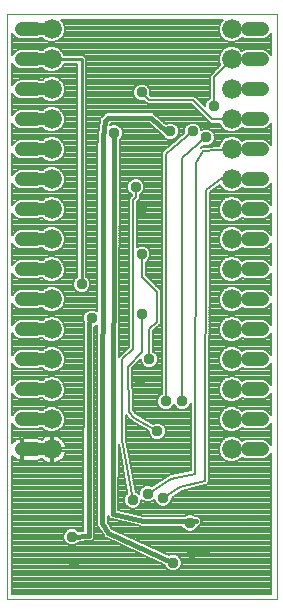
<source format=gbl>
G75*
%MOIN*%
%OFA0B0*%
%FSLAX25Y25*%
%IPPOS*%
%LPD*%
%AMOC8*
5,1,8,0,0,1.08239X$1,22.5*
%
%ADD10C,0.00000*%
%ADD11C,0.06600*%
%ADD12C,0.04724*%
%ADD13C,0.03762*%
%ADD14C,0.00800*%
%ADD15C,0.04000*%
%ADD16C,0.01000*%
%ADD17C,0.01200*%
%ADD18C,0.01600*%
D10*
X0001400Y0028010D02*
X0001400Y0223010D01*
X0091400Y0223010D01*
X0091400Y0028010D01*
X0001400Y0028010D01*
D11*
X0016400Y0078010D03*
X0016400Y0088010D03*
X0016400Y0098010D03*
X0016400Y0108010D03*
X0016400Y0118010D03*
X0016400Y0128010D03*
X0016400Y0138010D03*
X0016400Y0148010D03*
X0016400Y0158010D03*
X0016400Y0168010D03*
X0016400Y0178010D03*
X0016400Y0188010D03*
X0016400Y0198010D03*
X0016400Y0208010D03*
X0016400Y0218010D03*
X0076400Y0218010D03*
X0076400Y0208010D03*
X0076400Y0198010D03*
X0076400Y0188010D03*
X0076400Y0178010D03*
X0076400Y0168010D03*
X0076400Y0158010D03*
X0076400Y0148010D03*
X0076400Y0138010D03*
X0076400Y0128010D03*
X0076400Y0118010D03*
X0076400Y0108010D03*
X0076400Y0098010D03*
X0076400Y0088010D03*
X0076400Y0078010D03*
D12*
X0081676Y0078010D02*
X0086400Y0078010D01*
X0086400Y0088010D02*
X0081676Y0088010D01*
X0081676Y0098010D02*
X0086400Y0098010D01*
X0086400Y0108010D02*
X0081676Y0108010D01*
X0081676Y0118010D02*
X0086400Y0118010D01*
X0086400Y0128010D02*
X0081676Y0128010D01*
X0081676Y0138010D02*
X0086400Y0138010D01*
X0086400Y0148010D02*
X0081676Y0148010D01*
X0081676Y0158010D02*
X0086400Y0158010D01*
X0086400Y0168010D02*
X0081676Y0168010D01*
X0081676Y0178010D02*
X0086400Y0178010D01*
X0086400Y0188010D02*
X0081676Y0188010D01*
X0081676Y0198010D02*
X0086400Y0198010D01*
X0086400Y0208010D02*
X0081676Y0208010D01*
X0081676Y0218010D02*
X0086400Y0218010D01*
X0011124Y0218010D02*
X0006400Y0218010D01*
X0006400Y0208010D02*
X0011124Y0208010D01*
X0011124Y0198010D02*
X0006400Y0198010D01*
X0006400Y0188010D02*
X0011124Y0188010D01*
X0011124Y0178010D02*
X0006400Y0178010D01*
X0006400Y0168010D02*
X0011124Y0168010D01*
X0011124Y0158010D02*
X0006400Y0158010D01*
X0006400Y0148010D02*
X0011124Y0148010D01*
X0011124Y0138010D02*
X0006400Y0138010D01*
X0006400Y0128010D02*
X0011124Y0128010D01*
X0011124Y0118010D02*
X0006400Y0118010D01*
X0006400Y0108010D02*
X0011124Y0108010D01*
X0011124Y0098010D02*
X0006400Y0098010D01*
X0006400Y0088010D02*
X0011124Y0088010D01*
X0011124Y0078010D02*
X0006400Y0078010D01*
D13*
X0023100Y0048910D03*
X0023700Y0040010D03*
X0043400Y0061110D03*
X0048400Y0063210D03*
X0053500Y0061810D03*
X0062400Y0053510D03*
X0063300Y0043310D03*
X0056800Y0040210D03*
X0051600Y0084010D03*
X0054400Y0094010D03*
X0059900Y0094010D03*
X0048900Y0108010D03*
X0045900Y0100510D03*
X0046400Y0123010D03*
X0046400Y0143010D03*
X0046400Y0158010D03*
X0044400Y0165510D03*
X0037300Y0183510D03*
X0046400Y0197010D03*
X0055900Y0184010D03*
X0063400Y0184010D03*
X0067900Y0182010D03*
X0070400Y0192510D03*
X0029700Y0121710D03*
X0026400Y0133010D03*
D14*
X0027192Y0130219D02*
X0031522Y0130219D01*
X0031521Y0129421D02*
X0020470Y0129421D01*
X0020700Y0128865D02*
X0020045Y0130446D01*
X0018836Y0131655D01*
X0017255Y0132310D01*
X0015545Y0132310D01*
X0013964Y0131655D01*
X0013319Y0131010D01*
X0012668Y0131010D01*
X0011793Y0131372D01*
X0005731Y0131372D01*
X0004495Y0130860D01*
X0003550Y0129914D01*
X0003300Y0129312D01*
X0003300Y0136708D01*
X0003550Y0136105D01*
X0004495Y0135159D01*
X0005731Y0134648D01*
X0011793Y0134648D01*
X0012668Y0135010D01*
X0013319Y0135010D01*
X0013964Y0134364D01*
X0015545Y0133710D01*
X0017255Y0133710D01*
X0018836Y0134364D01*
X0020045Y0135574D01*
X0020700Y0137155D01*
X0020700Y0138865D01*
X0020045Y0140446D01*
X0018836Y0141655D01*
X0017255Y0142310D01*
X0015545Y0142310D01*
X0013964Y0141655D01*
X0013319Y0141010D01*
X0012668Y0141010D01*
X0011793Y0141372D01*
X0005731Y0141372D01*
X0004495Y0140860D01*
X0003550Y0139914D01*
X0003300Y0139312D01*
X0003300Y0146708D01*
X0003550Y0146105D01*
X0004495Y0145159D01*
X0005731Y0144648D01*
X0011793Y0144648D01*
X0012668Y0145010D01*
X0013319Y0145010D01*
X0013964Y0144364D01*
X0015545Y0143710D01*
X0017255Y0143710D01*
X0018836Y0144364D01*
X0020045Y0145574D01*
X0020700Y0147155D01*
X0020700Y0148865D01*
X0020045Y0150446D01*
X0018836Y0151655D01*
X0017255Y0152310D01*
X0015545Y0152310D01*
X0013964Y0151655D01*
X0013319Y0151010D01*
X0012668Y0151010D01*
X0011793Y0151372D01*
X0005731Y0151372D01*
X0004495Y0150860D01*
X0003550Y0149914D01*
X0003300Y0149312D01*
X0003300Y0156708D01*
X0003550Y0156105D01*
X0004495Y0155159D01*
X0005731Y0154648D01*
X0011793Y0154648D01*
X0012668Y0155010D01*
X0013319Y0155010D01*
X0013964Y0154364D01*
X0015545Y0153710D01*
X0017255Y0153710D01*
X0018836Y0154364D01*
X0020045Y0155574D01*
X0020700Y0157155D01*
X0020700Y0158865D01*
X0020045Y0160446D01*
X0018836Y0161655D01*
X0017255Y0162310D01*
X0015545Y0162310D01*
X0013964Y0161655D01*
X0013319Y0161010D01*
X0012668Y0161010D01*
X0011793Y0161372D01*
X0005731Y0161372D01*
X0004495Y0160860D01*
X0003550Y0159914D01*
X0003300Y0159312D01*
X0003300Y0166708D01*
X0003550Y0166105D01*
X0004495Y0165159D01*
X0005731Y0164648D01*
X0011793Y0164648D01*
X0012668Y0165010D01*
X0013319Y0165010D01*
X0013964Y0164364D01*
X0015545Y0163710D01*
X0017255Y0163710D01*
X0018836Y0164364D01*
X0020045Y0165574D01*
X0020700Y0167155D01*
X0020700Y0168865D01*
X0020045Y0170446D01*
X0018836Y0171655D01*
X0017255Y0172310D01*
X0015545Y0172310D01*
X0013964Y0171655D01*
X0013319Y0171010D01*
X0012668Y0171010D01*
X0011793Y0171372D01*
X0005731Y0171372D01*
X0004495Y0170860D01*
X0003550Y0169914D01*
X0003300Y0169312D01*
X0003300Y0176708D01*
X0003550Y0176105D01*
X0004495Y0175159D01*
X0005731Y0174648D01*
X0011793Y0174648D01*
X0012668Y0175010D01*
X0013319Y0175010D01*
X0013964Y0174364D01*
X0015545Y0173710D01*
X0017255Y0173710D01*
X0018836Y0174364D01*
X0020045Y0175574D01*
X0020700Y0177155D01*
X0020700Y0178865D01*
X0020045Y0180446D01*
X0018836Y0181655D01*
X0017255Y0182310D01*
X0015545Y0182310D01*
X0013964Y0181655D01*
X0013319Y0181010D01*
X0012668Y0181010D01*
X0011793Y0181372D01*
X0005731Y0181372D01*
X0004495Y0180860D01*
X0003550Y0179914D01*
X0003300Y0179312D01*
X0003300Y0186708D01*
X0003550Y0186105D01*
X0004495Y0185159D01*
X0005731Y0184648D01*
X0011793Y0184648D01*
X0012668Y0185010D01*
X0013319Y0185010D01*
X0013964Y0184364D01*
X0015545Y0183710D01*
X0017255Y0183710D01*
X0018836Y0184364D01*
X0020045Y0185574D01*
X0020700Y0187155D01*
X0020700Y0188865D01*
X0020045Y0190446D01*
X0018836Y0191655D01*
X0017255Y0192310D01*
X0015545Y0192310D01*
X0013964Y0191655D01*
X0013319Y0191010D01*
X0012668Y0191010D01*
X0011793Y0191372D01*
X0005731Y0191372D01*
X0004495Y0190860D01*
X0003550Y0189914D01*
X0003300Y0189312D01*
X0003300Y0196708D01*
X0003550Y0196105D01*
X0004495Y0195159D01*
X0005731Y0194648D01*
X0011793Y0194648D01*
X0012668Y0195010D01*
X0013319Y0195010D01*
X0013964Y0194364D01*
X0015545Y0193710D01*
X0017255Y0193710D01*
X0018836Y0194364D01*
X0020045Y0195574D01*
X0020700Y0197155D01*
X0020700Y0198865D01*
X0020045Y0200446D01*
X0018836Y0201655D01*
X0017255Y0202310D01*
X0015545Y0202310D01*
X0013964Y0201655D01*
X0013319Y0201010D01*
X0012668Y0201010D01*
X0011793Y0201372D01*
X0005731Y0201372D01*
X0004495Y0200860D01*
X0003550Y0199914D01*
X0003300Y0199312D01*
X0003300Y0206708D01*
X0003550Y0206105D01*
X0004495Y0205159D01*
X0005731Y0204648D01*
X0011793Y0204648D01*
X0012668Y0205010D01*
X0013319Y0205010D01*
X0013964Y0204364D01*
X0015545Y0203710D01*
X0017255Y0203710D01*
X0018836Y0204364D01*
X0020045Y0205574D01*
X0020433Y0206510D01*
X0024900Y0206510D01*
X0024900Y0135507D01*
X0024768Y0135452D01*
X0023958Y0134642D01*
X0023519Y0133583D01*
X0023519Y0132437D01*
X0023958Y0131378D01*
X0024768Y0130567D01*
X0025827Y0130129D01*
X0026973Y0130129D01*
X0028032Y0130567D01*
X0028842Y0131378D01*
X0029281Y0132437D01*
X0029281Y0133583D01*
X0028842Y0134642D01*
X0028032Y0135452D01*
X0027900Y0135507D01*
X0027900Y0208631D01*
X0027021Y0209510D01*
X0020433Y0209510D01*
X0020045Y0210446D01*
X0018836Y0211655D01*
X0017255Y0212310D01*
X0015545Y0212310D01*
X0013964Y0211655D01*
X0013319Y0211010D01*
X0012668Y0211010D01*
X0011793Y0211372D01*
X0005731Y0211372D01*
X0004495Y0210860D01*
X0003550Y0209914D01*
X0003300Y0209312D01*
X0003300Y0216708D01*
X0003550Y0216105D01*
X0004495Y0215159D01*
X0005731Y0214648D01*
X0011793Y0214648D01*
X0012668Y0215010D01*
X0013319Y0215010D01*
X0013964Y0214364D01*
X0015545Y0213710D01*
X0017255Y0213710D01*
X0018836Y0214364D01*
X0020045Y0215574D01*
X0020700Y0217155D01*
X0020700Y0218865D01*
X0020045Y0220446D01*
X0019381Y0221110D01*
X0073419Y0221110D01*
X0072755Y0220446D01*
X0072100Y0218865D01*
X0072100Y0217155D01*
X0072755Y0215574D01*
X0073964Y0214364D01*
X0075545Y0213710D01*
X0077255Y0213710D01*
X0078836Y0214364D01*
X0079701Y0215230D01*
X0079771Y0215159D01*
X0081007Y0214648D01*
X0087069Y0214648D01*
X0088305Y0215159D01*
X0089250Y0216105D01*
X0089500Y0216708D01*
X0089500Y0209312D01*
X0089250Y0209914D01*
X0088305Y0210860D01*
X0087069Y0211372D01*
X0081007Y0211372D01*
X0079771Y0210860D01*
X0079701Y0210790D01*
X0078836Y0211655D01*
X0077255Y0212310D01*
X0075545Y0212310D01*
X0073964Y0211655D01*
X0072755Y0210446D01*
X0072100Y0208865D01*
X0072100Y0207155D01*
X0072529Y0206119D01*
X0069000Y0202590D01*
X0069000Y0195048D01*
X0068768Y0194952D01*
X0067958Y0194142D01*
X0067519Y0193083D01*
X0067519Y0192371D01*
X0064800Y0195090D01*
X0063980Y0195910D01*
X0049480Y0195910D01*
X0049185Y0196205D01*
X0049281Y0196437D01*
X0049281Y0197583D01*
X0048842Y0198642D01*
X0048032Y0199452D01*
X0046973Y0199891D01*
X0045827Y0199891D01*
X0044768Y0199452D01*
X0043958Y0198642D01*
X0043519Y0197583D01*
X0043519Y0196437D01*
X0043958Y0195378D01*
X0044768Y0194567D01*
X0045827Y0194129D01*
X0046973Y0194129D01*
X0047205Y0194225D01*
X0048320Y0193110D01*
X0062820Y0193110D01*
X0069320Y0186610D01*
X0072326Y0186610D01*
X0072755Y0185574D01*
X0073964Y0184364D01*
X0075545Y0183710D01*
X0077255Y0183710D01*
X0078836Y0184364D01*
X0079701Y0185230D01*
X0079771Y0185159D01*
X0081007Y0184648D01*
X0087069Y0184648D01*
X0088305Y0185159D01*
X0089250Y0186105D01*
X0089500Y0186708D01*
X0089500Y0179312D01*
X0089250Y0179914D01*
X0088305Y0180860D01*
X0087069Y0181372D01*
X0081007Y0181372D01*
X0079771Y0180860D01*
X0079701Y0180790D01*
X0078836Y0181655D01*
X0077255Y0182310D01*
X0075545Y0182310D01*
X0073964Y0181655D01*
X0072755Y0180446D01*
X0072199Y0179104D01*
X0067272Y0178741D01*
X0067185Y0178798D01*
X0066706Y0178699D01*
X0066219Y0178663D01*
X0066151Y0178585D01*
X0066100Y0178574D01*
X0066924Y0179296D01*
X0067327Y0179129D01*
X0068473Y0179129D01*
X0069532Y0179567D01*
X0070342Y0180378D01*
X0070781Y0181437D01*
X0070781Y0182583D01*
X0070342Y0183642D01*
X0069532Y0184452D01*
X0068473Y0184891D01*
X0067327Y0184891D01*
X0066281Y0184458D01*
X0066281Y0184583D01*
X0065842Y0185642D01*
X0065032Y0186452D01*
X0063973Y0186891D01*
X0062827Y0186891D01*
X0061768Y0186452D01*
X0060958Y0185642D01*
X0060519Y0184583D01*
X0060519Y0183437D01*
X0060521Y0183433D01*
X0053893Y0177910D01*
X0053820Y0177910D01*
X0053455Y0177545D01*
X0053058Y0177214D01*
X0053052Y0177141D01*
X0053000Y0177090D01*
X0053000Y0176573D01*
X0052953Y0176059D01*
X0053000Y0176003D01*
X0053000Y0096548D01*
X0052768Y0096452D01*
X0051958Y0095642D01*
X0051519Y0094583D01*
X0051519Y0093437D01*
X0051958Y0092378D01*
X0052768Y0091567D01*
X0053827Y0091129D01*
X0054973Y0091129D01*
X0056032Y0091567D01*
X0056842Y0092378D01*
X0057150Y0093120D01*
X0057458Y0092378D01*
X0058268Y0091567D01*
X0059327Y0091129D01*
X0060473Y0091129D01*
X0061532Y0091567D01*
X0062342Y0092378D01*
X0062768Y0093405D01*
X0062703Y0071047D01*
X0055998Y0069640D01*
X0055715Y0069698D01*
X0055452Y0069525D01*
X0055145Y0069461D01*
X0054987Y0069219D01*
X0049746Y0065771D01*
X0048973Y0066091D01*
X0047827Y0066091D01*
X0046768Y0065652D01*
X0045958Y0064842D01*
X0045519Y0063783D01*
X0045519Y0063065D01*
X0045032Y0063552D01*
X0044342Y0063838D01*
X0041300Y0081132D01*
X0041300Y0089314D01*
X0042632Y0087912D01*
X0042684Y0087705D01*
X0043017Y0087506D01*
X0043284Y0087225D01*
X0043497Y0087220D01*
X0048719Y0084100D01*
X0048719Y0083437D01*
X0049158Y0082378D01*
X0049968Y0081567D01*
X0051027Y0081129D01*
X0052173Y0081129D01*
X0053232Y0081567D01*
X0054042Y0082378D01*
X0054481Y0083437D01*
X0054481Y0084583D01*
X0054042Y0085642D01*
X0053232Y0086452D01*
X0052173Y0086891D01*
X0051027Y0086891D01*
X0050129Y0086519D01*
X0044783Y0089713D01*
X0043396Y0091173D01*
X0043304Y0104977D01*
X0046019Y0107994D01*
X0046019Y0107437D01*
X0046458Y0106378D01*
X0047268Y0105567D01*
X0048327Y0105129D01*
X0049473Y0105129D01*
X0050532Y0105567D01*
X0051342Y0106378D01*
X0051781Y0107437D01*
X0051781Y0108583D01*
X0051342Y0109642D01*
X0050532Y0110452D01*
X0050300Y0110548D01*
X0050300Y0117430D01*
X0051980Y0119110D01*
X0052800Y0119930D01*
X0052800Y0131090D01*
X0047800Y0136090D01*
X0047800Y0140471D01*
X0048032Y0140567D01*
X0048842Y0141378D01*
X0049281Y0142437D01*
X0049281Y0143583D01*
X0048842Y0144642D01*
X0048032Y0145452D01*
X0046973Y0145891D01*
X0045827Y0145891D01*
X0044800Y0145466D01*
X0044800Y0160430D01*
X0044980Y0160610D01*
X0045800Y0161430D01*
X0045800Y0162971D01*
X0046032Y0163067D01*
X0046842Y0163878D01*
X0047281Y0164937D01*
X0047281Y0166083D01*
X0046842Y0167142D01*
X0046032Y0167952D01*
X0044973Y0168391D01*
X0043827Y0168391D01*
X0042768Y0167952D01*
X0041958Y0167142D01*
X0041519Y0166083D01*
X0041519Y0164937D01*
X0041958Y0163878D01*
X0042768Y0163067D01*
X0043000Y0162971D01*
X0043000Y0162590D01*
X0042820Y0162410D01*
X0042000Y0161590D01*
X0042000Y0112090D01*
X0039320Y0109410D01*
X0038806Y0108896D01*
X0039091Y0181226D01*
X0039742Y0181878D01*
X0040181Y0182937D01*
X0040181Y0184083D01*
X0039742Y0185142D01*
X0038932Y0185952D01*
X0037873Y0186391D01*
X0036727Y0186391D01*
X0035903Y0186050D01*
X0035993Y0186658D01*
X0036046Y0186710D01*
X0048709Y0186710D01*
X0053161Y0182704D01*
X0053437Y0182427D01*
X0053458Y0182378D01*
X0054268Y0181567D01*
X0055327Y0181129D01*
X0056473Y0181129D01*
X0057532Y0181567D01*
X0058342Y0182378D01*
X0058781Y0183437D01*
X0058781Y0184583D01*
X0058342Y0185642D01*
X0057532Y0186452D01*
X0056473Y0186891D01*
X0055327Y0186891D01*
X0054343Y0186483D01*
X0050639Y0189816D01*
X0050146Y0190310D01*
X0050091Y0190310D01*
X0050050Y0190347D01*
X0049353Y0190310D01*
X0034554Y0190310D01*
X0033500Y0189255D01*
X0033121Y0188876D01*
X0032629Y0188511D01*
X0032607Y0188362D01*
X0032500Y0188255D01*
X0032500Y0187642D01*
X0031811Y0182993D01*
X0031724Y0182911D01*
X0031704Y0182270D01*
X0031610Y0181636D01*
X0031681Y0181540D01*
X0031623Y0179680D01*
X0031601Y0179658D01*
X0031600Y0178939D01*
X0031578Y0178221D01*
X0031599Y0178198D01*
X0031512Y0123972D01*
X0031332Y0124152D01*
X0030273Y0124591D01*
X0029127Y0124591D01*
X0028068Y0124152D01*
X0027258Y0123342D01*
X0026819Y0122283D01*
X0026819Y0121137D01*
X0027071Y0120528D01*
X0027001Y0120458D01*
X0027000Y0119909D01*
X0026881Y0119372D01*
X0026999Y0119187D01*
X0026902Y0050847D01*
X0025295Y0050789D01*
X0024732Y0051352D01*
X0023673Y0051791D01*
X0022527Y0051791D01*
X0021468Y0051352D01*
X0020658Y0050542D01*
X0020219Y0049483D01*
X0020219Y0048337D01*
X0020658Y0047278D01*
X0021468Y0046467D01*
X0022527Y0046029D01*
X0023673Y0046029D01*
X0024732Y0046467D01*
X0025458Y0047193D01*
X0028731Y0047310D01*
X0029443Y0047309D01*
X0029471Y0047336D01*
X0029509Y0047338D01*
X0029995Y0047859D01*
X0030499Y0048362D01*
X0030499Y0048401D01*
X0030525Y0048429D01*
X0030500Y0049141D01*
X0030599Y0118964D01*
X0031332Y0119267D01*
X0031505Y0119441D01*
X0031400Y0053596D01*
X0031286Y0053046D01*
X0031399Y0052873D01*
X0031399Y0052667D01*
X0031796Y0052269D01*
X0033681Y0049397D01*
X0033865Y0048892D01*
X0034076Y0048794D01*
X0034204Y0048599D01*
X0034730Y0048490D01*
X0053956Y0039548D01*
X0054358Y0038578D01*
X0055168Y0037767D01*
X0056227Y0037329D01*
X0057373Y0037329D01*
X0058432Y0037767D01*
X0059242Y0038578D01*
X0059681Y0039637D01*
X0059681Y0040783D01*
X0059242Y0041842D01*
X0058432Y0042652D01*
X0057373Y0043091D01*
X0056227Y0043091D01*
X0055511Y0042794D01*
X0036524Y0051626D01*
X0035001Y0053946D01*
X0035004Y0055765D01*
X0035370Y0055395D01*
X0035644Y0054942D01*
X0035878Y0054884D01*
X0036047Y0054713D01*
X0036577Y0054711D01*
X0045981Y0052383D01*
X0046154Y0052210D01*
X0046681Y0052210D01*
X0047191Y0052083D01*
X0047401Y0052210D01*
X0059820Y0052210D01*
X0059958Y0051878D01*
X0060768Y0051067D01*
X0061827Y0050629D01*
X0062973Y0050629D01*
X0064032Y0051067D01*
X0064842Y0051878D01*
X0064980Y0052210D01*
X0065146Y0052210D01*
X0065320Y0052385D01*
X0065560Y0052444D01*
X0065829Y0052894D01*
X0066200Y0053264D01*
X0066200Y0053511D01*
X0066327Y0053723D01*
X0066200Y0054231D01*
X0066200Y0054755D01*
X0066025Y0054930D01*
X0065965Y0055170D01*
X0065516Y0055439D01*
X0065146Y0055810D01*
X0064899Y0055810D01*
X0064687Y0055937D01*
X0064178Y0055810D01*
X0064174Y0055810D01*
X0064032Y0055952D01*
X0062973Y0056391D01*
X0061827Y0056391D01*
X0060768Y0055952D01*
X0060626Y0055810D01*
X0047119Y0055810D01*
X0038606Y0057917D01*
X0038692Y0079798D01*
X0041582Y0063366D01*
X0040958Y0062742D01*
X0040519Y0061683D01*
X0040519Y0060537D01*
X0040958Y0059478D01*
X0041768Y0058667D01*
X0042827Y0058229D01*
X0043973Y0058229D01*
X0045032Y0058667D01*
X0045842Y0059478D01*
X0046281Y0060537D01*
X0046281Y0061254D01*
X0046768Y0060767D01*
X0047827Y0060329D01*
X0048973Y0060329D01*
X0050032Y0060767D01*
X0050619Y0061354D01*
X0050619Y0061237D01*
X0051058Y0060178D01*
X0051868Y0059367D01*
X0052927Y0058929D01*
X0054073Y0058929D01*
X0055132Y0059367D01*
X0055942Y0060178D01*
X0056381Y0061237D01*
X0056381Y0061936D01*
X0059766Y0064015D01*
X0067591Y0066209D01*
X0067976Y0066208D01*
X0068129Y0066360D01*
X0068336Y0066418D01*
X0068525Y0066754D01*
X0068798Y0067026D01*
X0068799Y0067241D01*
X0068905Y0067430D01*
X0068801Y0067800D01*
X0069098Y0163788D01*
X0072491Y0166211D01*
X0072755Y0165574D01*
X0073964Y0164364D01*
X0075545Y0163710D01*
X0077255Y0163710D01*
X0078836Y0164364D01*
X0079701Y0165230D01*
X0079771Y0165159D01*
X0081007Y0164648D01*
X0087069Y0164648D01*
X0088305Y0165159D01*
X0089250Y0166105D01*
X0089500Y0166708D01*
X0089500Y0159312D01*
X0089250Y0159914D01*
X0088305Y0160860D01*
X0087069Y0161372D01*
X0081007Y0161372D01*
X0079771Y0160860D01*
X0079701Y0160790D01*
X0078836Y0161655D01*
X0077255Y0162310D01*
X0075545Y0162310D01*
X0073964Y0161655D01*
X0072755Y0160446D01*
X0072100Y0158865D01*
X0072100Y0157155D01*
X0072755Y0155574D01*
X0073964Y0154364D01*
X0075545Y0153710D01*
X0077255Y0153710D01*
X0078836Y0154364D01*
X0079701Y0155230D01*
X0079771Y0155159D01*
X0081007Y0154648D01*
X0087069Y0154648D01*
X0088305Y0155159D01*
X0089250Y0156105D01*
X0089500Y0156708D01*
X0089500Y0149312D01*
X0089250Y0149914D01*
X0088305Y0150860D01*
X0087069Y0151372D01*
X0081007Y0151372D01*
X0079771Y0150860D01*
X0079701Y0150790D01*
X0078836Y0151655D01*
X0077255Y0152310D01*
X0075545Y0152310D01*
X0073964Y0151655D01*
X0072755Y0150446D01*
X0072100Y0148865D01*
X0072100Y0147155D01*
X0072755Y0145574D01*
X0073964Y0144364D01*
X0075545Y0143710D01*
X0077255Y0143710D01*
X0078836Y0144364D01*
X0079701Y0145230D01*
X0079771Y0145159D01*
X0081007Y0144648D01*
X0087069Y0144648D01*
X0088305Y0145159D01*
X0089250Y0146105D01*
X0089500Y0146708D01*
X0089500Y0139312D01*
X0089250Y0139914D01*
X0088305Y0140860D01*
X0087069Y0141372D01*
X0081007Y0141372D01*
X0079771Y0140860D01*
X0079701Y0140790D01*
X0078836Y0141655D01*
X0077255Y0142310D01*
X0075545Y0142310D01*
X0073964Y0141655D01*
X0072755Y0140446D01*
X0072100Y0138865D01*
X0072100Y0137155D01*
X0072755Y0135574D01*
X0073964Y0134364D01*
X0075545Y0133710D01*
X0077255Y0133710D01*
X0078836Y0134364D01*
X0079701Y0135230D01*
X0079771Y0135159D01*
X0081007Y0134648D01*
X0087069Y0134648D01*
X0088305Y0135159D01*
X0089250Y0136105D01*
X0089500Y0136708D01*
X0089500Y0129312D01*
X0089250Y0129914D01*
X0088305Y0130860D01*
X0087069Y0131372D01*
X0081007Y0131372D01*
X0079771Y0130860D01*
X0079701Y0130790D01*
X0078836Y0131655D01*
X0077255Y0132310D01*
X0075545Y0132310D01*
X0073964Y0131655D01*
X0072755Y0130446D01*
X0072100Y0128865D01*
X0072100Y0127155D01*
X0072755Y0125574D01*
X0073964Y0124364D01*
X0075545Y0123710D01*
X0077255Y0123710D01*
X0078836Y0124364D01*
X0079701Y0125230D01*
X0079771Y0125159D01*
X0081007Y0124648D01*
X0087069Y0124648D01*
X0088305Y0125159D01*
X0089250Y0126105D01*
X0089500Y0126708D01*
X0089500Y0119312D01*
X0089250Y0119914D01*
X0088305Y0120860D01*
X0087069Y0121372D01*
X0081007Y0121372D01*
X0079771Y0120860D01*
X0079701Y0120790D01*
X0078836Y0121655D01*
X0077255Y0122310D01*
X0075545Y0122310D01*
X0073964Y0121655D01*
X0072755Y0120446D01*
X0072100Y0118865D01*
X0072100Y0117155D01*
X0072755Y0115574D01*
X0073964Y0114364D01*
X0075545Y0113710D01*
X0077255Y0113710D01*
X0078836Y0114364D01*
X0079701Y0115230D01*
X0079771Y0115159D01*
X0081007Y0114648D01*
X0087069Y0114648D01*
X0088305Y0115159D01*
X0089250Y0116105D01*
X0089500Y0116708D01*
X0089500Y0109312D01*
X0089250Y0109914D01*
X0088305Y0110860D01*
X0087069Y0111372D01*
X0081007Y0111372D01*
X0079771Y0110860D01*
X0079701Y0110790D01*
X0078836Y0111655D01*
X0077255Y0112310D01*
X0075545Y0112310D01*
X0073964Y0111655D01*
X0072755Y0110446D01*
X0072100Y0108865D01*
X0072100Y0107155D01*
X0072755Y0105574D01*
X0073964Y0104364D01*
X0075545Y0103710D01*
X0077255Y0103710D01*
X0078836Y0104364D01*
X0079701Y0105230D01*
X0079771Y0105159D01*
X0081007Y0104648D01*
X0087069Y0104648D01*
X0088305Y0105159D01*
X0089250Y0106105D01*
X0089500Y0106708D01*
X0089500Y0099312D01*
X0089250Y0099914D01*
X0088305Y0100860D01*
X0087069Y0101372D01*
X0081007Y0101372D01*
X0079771Y0100860D01*
X0079701Y0100790D01*
X0078836Y0101655D01*
X0077255Y0102310D01*
X0075545Y0102310D01*
X0073964Y0101655D01*
X0072755Y0100446D01*
X0072100Y0098865D01*
X0072100Y0097155D01*
X0072755Y0095574D01*
X0073964Y0094364D01*
X0075545Y0093710D01*
X0077255Y0093710D01*
X0078836Y0094364D01*
X0079701Y0095230D01*
X0079771Y0095159D01*
X0081007Y0094648D01*
X0087069Y0094648D01*
X0088305Y0095159D01*
X0089250Y0096105D01*
X0089500Y0096708D01*
X0089500Y0089312D01*
X0089250Y0089914D01*
X0088305Y0090860D01*
X0087069Y0091372D01*
X0081007Y0091372D01*
X0079771Y0090860D01*
X0079701Y0090790D01*
X0078836Y0091655D01*
X0077255Y0092310D01*
X0075545Y0092310D01*
X0073964Y0091655D01*
X0072755Y0090446D01*
X0072100Y0088865D01*
X0072100Y0087155D01*
X0072755Y0085574D01*
X0073964Y0084364D01*
X0075545Y0083710D01*
X0077255Y0083710D01*
X0078836Y0084364D01*
X0079701Y0085230D01*
X0079771Y0085159D01*
X0081007Y0084648D01*
X0087069Y0084648D01*
X0088305Y0085159D01*
X0089250Y0086105D01*
X0089500Y0086708D01*
X0089500Y0079312D01*
X0089250Y0079914D01*
X0088305Y0080860D01*
X0087069Y0081372D01*
X0081007Y0081372D01*
X0079771Y0080860D01*
X0079701Y0080790D01*
X0078836Y0081655D01*
X0077255Y0082310D01*
X0075545Y0082310D01*
X0073964Y0081655D01*
X0072755Y0080446D01*
X0072100Y0078865D01*
X0072100Y0077155D01*
X0072755Y0075574D01*
X0073964Y0074364D01*
X0075545Y0073710D01*
X0077255Y0073710D01*
X0078836Y0074364D01*
X0079701Y0075230D01*
X0079771Y0075159D01*
X0081007Y0074648D01*
X0087069Y0074648D01*
X0088305Y0075159D01*
X0089250Y0076105D01*
X0089500Y0076708D01*
X0089500Y0029910D01*
X0003300Y0029910D01*
X0003300Y0075878D01*
X0003478Y0075612D01*
X0004002Y0075088D01*
X0004618Y0074676D01*
X0005303Y0074392D01*
X0006013Y0074251D01*
X0006013Y0077622D01*
X0006787Y0077622D01*
X0006787Y0074248D01*
X0011495Y0074248D01*
X0012222Y0074392D01*
X0012906Y0074676D01*
X0013015Y0074748D01*
X0013338Y0074425D01*
X0013937Y0073990D01*
X0014596Y0073654D01*
X0015299Y0073426D01*
X0016000Y0073315D01*
X0016000Y0077610D01*
X0014881Y0077610D01*
X0014883Y0077622D01*
X0006787Y0077622D01*
X0006787Y0078397D01*
X0006013Y0078397D01*
X0006013Y0081769D01*
X0005303Y0081627D01*
X0004618Y0081344D01*
X0004002Y0080932D01*
X0003478Y0080408D01*
X0003300Y0080142D01*
X0003300Y0086708D01*
X0003550Y0086105D01*
X0004495Y0085159D01*
X0005731Y0084648D01*
X0011793Y0084648D01*
X0012668Y0085010D01*
X0013319Y0085010D01*
X0013964Y0084364D01*
X0015545Y0083710D01*
X0017255Y0083710D01*
X0018836Y0084364D01*
X0020045Y0085574D01*
X0020700Y0087155D01*
X0020700Y0088865D01*
X0020045Y0090446D01*
X0018836Y0091655D01*
X0017255Y0092310D01*
X0015545Y0092310D01*
X0013964Y0091655D01*
X0013319Y0091010D01*
X0012668Y0091010D01*
X0011793Y0091372D01*
X0005731Y0091372D01*
X0004495Y0090860D01*
X0003550Y0089914D01*
X0003300Y0089312D01*
X0003300Y0096708D01*
X0003550Y0096105D01*
X0004495Y0095159D01*
X0005731Y0094648D01*
X0011793Y0094648D01*
X0012668Y0095010D01*
X0013319Y0095010D01*
X0013964Y0094364D01*
X0015545Y0093710D01*
X0017255Y0093710D01*
X0018836Y0094364D01*
X0020045Y0095574D01*
X0020700Y0097155D01*
X0020700Y0098865D01*
X0020045Y0100446D01*
X0018836Y0101655D01*
X0017255Y0102310D01*
X0015545Y0102310D01*
X0013964Y0101655D01*
X0013319Y0101010D01*
X0012668Y0101010D01*
X0011793Y0101372D01*
X0005731Y0101372D01*
X0004495Y0100860D01*
X0003550Y0099914D01*
X0003300Y0099312D01*
X0003300Y0106708D01*
X0003550Y0106105D01*
X0004495Y0105159D01*
X0005731Y0104648D01*
X0011793Y0104648D01*
X0012668Y0105010D01*
X0013319Y0105010D01*
X0013964Y0104364D01*
X0015545Y0103710D01*
X0017255Y0103710D01*
X0018836Y0104364D01*
X0020045Y0105574D01*
X0020700Y0107155D01*
X0020700Y0108865D01*
X0020045Y0110446D01*
X0018836Y0111655D01*
X0017255Y0112310D01*
X0015545Y0112310D01*
X0013964Y0111655D01*
X0013319Y0111010D01*
X0012668Y0111010D01*
X0011793Y0111372D01*
X0005731Y0111372D01*
X0004495Y0110860D01*
X0003550Y0109914D01*
X0003300Y0109312D01*
X0003300Y0116708D01*
X0003550Y0116105D01*
X0004495Y0115159D01*
X0005731Y0114648D01*
X0011793Y0114648D01*
X0012668Y0115010D01*
X0013319Y0115010D01*
X0013964Y0114364D01*
X0015545Y0113710D01*
X0017255Y0113710D01*
X0018836Y0114364D01*
X0020045Y0115574D01*
X0020700Y0117155D01*
X0020700Y0118865D01*
X0020045Y0120446D01*
X0018836Y0121655D01*
X0017255Y0122310D01*
X0015545Y0122310D01*
X0013964Y0121655D01*
X0013319Y0121010D01*
X0012668Y0121010D01*
X0011793Y0121372D01*
X0005731Y0121372D01*
X0004495Y0120860D01*
X0003550Y0119914D01*
X0003300Y0119312D01*
X0003300Y0126708D01*
X0003550Y0126105D01*
X0004495Y0125159D01*
X0005731Y0124648D01*
X0011793Y0124648D01*
X0012668Y0125010D01*
X0013319Y0125010D01*
X0013964Y0124364D01*
X0015545Y0123710D01*
X0017255Y0123710D01*
X0018836Y0124364D01*
X0020045Y0125574D01*
X0020700Y0127155D01*
X0020700Y0128865D01*
X0020700Y0128622D02*
X0031520Y0128622D01*
X0031519Y0127824D02*
X0020700Y0127824D01*
X0020646Y0127025D02*
X0031517Y0127025D01*
X0031516Y0126227D02*
X0020316Y0126227D01*
X0019899Y0125428D02*
X0031515Y0125428D01*
X0031514Y0124630D02*
X0019101Y0124630D01*
X0019055Y0121436D02*
X0026819Y0121436D01*
X0026819Y0122234D02*
X0017438Y0122234D01*
X0017548Y0123831D02*
X0027747Y0123831D01*
X0027129Y0123033D02*
X0003300Y0123033D01*
X0003300Y0123831D02*
X0015252Y0123831D01*
X0015362Y0122234D02*
X0003300Y0122234D01*
X0003300Y0121436D02*
X0013745Y0121436D01*
X0013699Y0124630D02*
X0003300Y0124630D01*
X0003300Y0125428D02*
X0004227Y0125428D01*
X0003499Y0126227D02*
X0003300Y0126227D01*
X0003300Y0129421D02*
X0003345Y0129421D01*
X0003300Y0130219D02*
X0003855Y0130219D01*
X0003300Y0131018D02*
X0004876Y0131018D01*
X0003300Y0131816D02*
X0014353Y0131816D01*
X0013327Y0131018D02*
X0012648Y0131018D01*
X0014333Y0134212D02*
X0003300Y0134212D01*
X0003300Y0135010D02*
X0004856Y0135010D01*
X0003846Y0135809D02*
X0003300Y0135809D01*
X0003300Y0136607D02*
X0003342Y0136607D01*
X0003300Y0133413D02*
X0023519Y0133413D01*
X0023519Y0132615D02*
X0003300Y0132615D01*
X0003300Y0139801D02*
X0003503Y0139801D01*
X0003300Y0140600D02*
X0004235Y0140600D01*
X0003300Y0141398D02*
X0013707Y0141398D01*
X0013736Y0144592D02*
X0003300Y0144592D01*
X0003300Y0143794D02*
X0015342Y0143794D01*
X0015272Y0142197D02*
X0003300Y0142197D01*
X0003300Y0142995D02*
X0024900Y0142995D01*
X0024900Y0142197D02*
X0017528Y0142197D01*
X0017458Y0143794D02*
X0024900Y0143794D01*
X0024900Y0144592D02*
X0019064Y0144592D01*
X0019862Y0145391D02*
X0024900Y0145391D01*
X0024900Y0146190D02*
X0020300Y0146190D01*
X0020631Y0146988D02*
X0024900Y0146988D01*
X0024900Y0147787D02*
X0020700Y0147787D01*
X0020700Y0148585D02*
X0024900Y0148585D01*
X0024900Y0149384D02*
X0020485Y0149384D01*
X0020155Y0150182D02*
X0024900Y0150182D01*
X0024900Y0150981D02*
X0019510Y0150981D01*
X0018537Y0151779D02*
X0024900Y0151779D01*
X0024900Y0152578D02*
X0003300Y0152578D01*
X0003300Y0153376D02*
X0024900Y0153376D01*
X0024900Y0154175D02*
X0018377Y0154175D01*
X0019444Y0154973D02*
X0024900Y0154973D01*
X0024900Y0155772D02*
X0020127Y0155772D01*
X0020458Y0156570D02*
X0024900Y0156570D01*
X0024900Y0157369D02*
X0020700Y0157369D01*
X0020700Y0158167D02*
X0024900Y0158167D01*
X0024900Y0158966D02*
X0020658Y0158966D01*
X0020328Y0159764D02*
X0024900Y0159764D01*
X0024900Y0160563D02*
X0019928Y0160563D01*
X0019130Y0161361D02*
X0024900Y0161361D01*
X0024900Y0162160D02*
X0017618Y0162160D01*
X0017369Y0163757D02*
X0024900Y0163757D01*
X0024900Y0164555D02*
X0019027Y0164555D01*
X0019825Y0165354D02*
X0024900Y0165354D01*
X0024900Y0166152D02*
X0020285Y0166152D01*
X0020616Y0166951D02*
X0024900Y0166951D01*
X0024900Y0167749D02*
X0020700Y0167749D01*
X0020700Y0168548D02*
X0024900Y0168548D01*
X0024900Y0169346D02*
X0020501Y0169346D01*
X0020170Y0170145D02*
X0024900Y0170145D01*
X0024900Y0170943D02*
X0019548Y0170943D01*
X0018626Y0171742D02*
X0024900Y0171742D01*
X0024900Y0172540D02*
X0003300Y0172540D01*
X0003300Y0171742D02*
X0014174Y0171742D01*
X0014512Y0174137D02*
X0003300Y0174137D01*
X0003300Y0173339D02*
X0024900Y0173339D01*
X0024900Y0174137D02*
X0018288Y0174137D01*
X0019407Y0174936D02*
X0024900Y0174936D01*
X0024900Y0175734D02*
X0020112Y0175734D01*
X0020443Y0176533D02*
X0024900Y0176533D01*
X0024900Y0177331D02*
X0020700Y0177331D01*
X0020700Y0178130D02*
X0024900Y0178130D01*
X0024900Y0178928D02*
X0020674Y0178928D01*
X0020343Y0179727D02*
X0024900Y0179727D01*
X0024900Y0180526D02*
X0019965Y0180526D01*
X0019167Y0181324D02*
X0024900Y0181324D01*
X0024900Y0182123D02*
X0017708Y0182123D01*
X0017279Y0183720D02*
X0024900Y0183720D01*
X0024900Y0184518D02*
X0018989Y0184518D01*
X0019788Y0185317D02*
X0024900Y0185317D01*
X0024900Y0186115D02*
X0020269Y0186115D01*
X0020600Y0186914D02*
X0024900Y0186914D01*
X0024900Y0187712D02*
X0020700Y0187712D01*
X0020700Y0188511D02*
X0024900Y0188511D01*
X0024900Y0189309D02*
X0020516Y0189309D01*
X0020185Y0190108D02*
X0024900Y0190108D01*
X0024900Y0190906D02*
X0019585Y0190906D01*
X0018716Y0191705D02*
X0024900Y0191705D01*
X0024900Y0192503D02*
X0003300Y0192503D01*
X0003300Y0191705D02*
X0014084Y0191705D01*
X0014602Y0194100D02*
X0003300Y0194100D01*
X0003300Y0193302D02*
X0024900Y0193302D01*
X0024900Y0194100D02*
X0018198Y0194100D01*
X0019370Y0194899D02*
X0024900Y0194899D01*
X0024900Y0195697D02*
X0020096Y0195697D01*
X0020427Y0196496D02*
X0024900Y0196496D01*
X0024900Y0197294D02*
X0020700Y0197294D01*
X0020700Y0198093D02*
X0024900Y0198093D01*
X0024900Y0198891D02*
X0020689Y0198891D01*
X0020358Y0199690D02*
X0024900Y0199690D01*
X0024900Y0200488D02*
X0020003Y0200488D01*
X0019204Y0201287D02*
X0024900Y0201287D01*
X0024900Y0202085D02*
X0017797Y0202085D01*
X0018952Y0204481D02*
X0024900Y0204481D01*
X0024900Y0205279D02*
X0019751Y0205279D01*
X0020254Y0206078D02*
X0024900Y0206078D01*
X0024900Y0203682D02*
X0003300Y0203682D01*
X0003300Y0202884D02*
X0024900Y0202884D01*
X0027900Y0202884D02*
X0069294Y0202884D01*
X0069000Y0202085D02*
X0027900Y0202085D01*
X0027900Y0201287D02*
X0069000Y0201287D01*
X0069000Y0200488D02*
X0027900Y0200488D01*
X0027900Y0199690D02*
X0045341Y0199690D01*
X0044207Y0198891D02*
X0027900Y0198891D01*
X0027900Y0198093D02*
X0043730Y0198093D01*
X0043519Y0197294D02*
X0027900Y0197294D01*
X0027900Y0196496D02*
X0043519Y0196496D01*
X0043825Y0195697D02*
X0027900Y0195697D01*
X0027900Y0194899D02*
X0044437Y0194899D01*
X0046400Y0197010D02*
X0048900Y0194510D01*
X0063400Y0194510D01*
X0069900Y0188010D01*
X0076400Y0188010D01*
X0075521Y0183720D02*
X0070265Y0183720D01*
X0070641Y0182921D02*
X0089500Y0182921D01*
X0089500Y0182123D02*
X0077708Y0182123D01*
X0077279Y0183720D02*
X0089500Y0183720D01*
X0089500Y0184518D02*
X0078989Y0184518D01*
X0079167Y0181324D02*
X0080891Y0181324D01*
X0076400Y0178010D02*
X0066900Y0177310D01*
X0064400Y0173510D01*
X0064100Y0069910D01*
X0056000Y0068210D01*
X0048400Y0063210D01*
X0046813Y0060749D02*
X0046281Y0060749D01*
X0046038Y0059950D02*
X0051285Y0059950D01*
X0050821Y0060749D02*
X0049987Y0060749D01*
X0052388Y0059152D02*
X0045516Y0059152D01*
X0044274Y0058353D02*
X0089500Y0058353D01*
X0089500Y0057555D02*
X0040070Y0057555D01*
X0038607Y0058353D02*
X0042526Y0058353D01*
X0041284Y0059152D02*
X0038610Y0059152D01*
X0038614Y0059950D02*
X0040762Y0059950D01*
X0040519Y0060749D02*
X0038617Y0060749D01*
X0038620Y0061547D02*
X0040519Y0061547D01*
X0040793Y0062346D02*
X0038623Y0062346D01*
X0038626Y0063144D02*
X0041360Y0063144D01*
X0041480Y0063943D02*
X0038629Y0063943D01*
X0038632Y0064741D02*
X0041340Y0064741D01*
X0041199Y0065540D02*
X0038636Y0065540D01*
X0038639Y0066338D02*
X0041059Y0066338D01*
X0040918Y0067137D02*
X0038642Y0067137D01*
X0038645Y0067935D02*
X0040778Y0067935D01*
X0040638Y0068734D02*
X0038648Y0068734D01*
X0038651Y0069532D02*
X0040497Y0069532D01*
X0040357Y0070331D02*
X0038654Y0070331D01*
X0038658Y0071129D02*
X0040216Y0071129D01*
X0040076Y0071928D02*
X0038661Y0071928D01*
X0038664Y0072726D02*
X0039935Y0072726D01*
X0039795Y0073525D02*
X0038667Y0073525D01*
X0038670Y0074323D02*
X0039655Y0074323D01*
X0039514Y0075122D02*
X0038673Y0075122D01*
X0038676Y0075921D02*
X0039374Y0075921D01*
X0039233Y0076719D02*
X0038680Y0076719D01*
X0038683Y0077518D02*
X0039093Y0077518D01*
X0038952Y0078316D02*
X0038686Y0078316D01*
X0038689Y0079115D02*
X0038812Y0079115D01*
X0039900Y0081010D02*
X0043400Y0061110D01*
X0045440Y0063144D02*
X0045519Y0063144D01*
X0045585Y0063943D02*
X0044323Y0063943D01*
X0044183Y0064741D02*
X0045916Y0064741D01*
X0046656Y0065540D02*
X0044042Y0065540D01*
X0043902Y0066338D02*
X0050608Y0066338D01*
X0051822Y0067137D02*
X0043761Y0067137D01*
X0043621Y0067935D02*
X0053036Y0067935D01*
X0054249Y0068734D02*
X0043481Y0068734D01*
X0043340Y0069532D02*
X0055463Y0069532D01*
X0059200Y0065310D02*
X0053500Y0061810D01*
X0054612Y0059152D02*
X0089500Y0059152D01*
X0089500Y0059950D02*
X0055715Y0059950D01*
X0056179Y0060749D02*
X0089500Y0060749D01*
X0089500Y0061547D02*
X0056381Y0061547D01*
X0057048Y0062346D02*
X0089500Y0062346D01*
X0089500Y0063144D02*
X0058349Y0063144D01*
X0059649Y0063943D02*
X0089500Y0063943D01*
X0089500Y0064741D02*
X0062357Y0064741D01*
X0065204Y0065540D02*
X0089500Y0065540D01*
X0089500Y0066338D02*
X0068107Y0066338D01*
X0068799Y0067137D02*
X0089500Y0067137D01*
X0089500Y0067935D02*
X0068801Y0067935D01*
X0068803Y0068734D02*
X0089500Y0068734D01*
X0089500Y0069532D02*
X0068806Y0069532D01*
X0068808Y0070331D02*
X0089500Y0070331D01*
X0089500Y0071129D02*
X0068811Y0071129D01*
X0068813Y0071928D02*
X0089500Y0071928D01*
X0089500Y0072726D02*
X0068816Y0072726D01*
X0068818Y0073525D02*
X0089500Y0073525D01*
X0089500Y0074323D02*
X0078737Y0074323D01*
X0079593Y0075122D02*
X0079862Y0075122D01*
X0078981Y0081510D02*
X0089500Y0081510D01*
X0089500Y0080712D02*
X0088453Y0080712D01*
X0089251Y0079913D02*
X0089500Y0079913D01*
X0089500Y0082309D02*
X0077258Y0082309D01*
X0077728Y0083906D02*
X0089500Y0083906D01*
X0089500Y0084704D02*
X0087205Y0084704D01*
X0088648Y0085503D02*
X0089500Y0085503D01*
X0089500Y0086301D02*
X0089331Y0086301D01*
X0089500Y0083107D02*
X0068848Y0083107D01*
X0068845Y0082309D02*
X0075542Y0082309D01*
X0075072Y0083906D02*
X0068850Y0083906D01*
X0068853Y0084704D02*
X0073625Y0084704D01*
X0072826Y0085503D02*
X0068855Y0085503D01*
X0068858Y0086301D02*
X0072453Y0086301D01*
X0072123Y0087100D02*
X0068860Y0087100D01*
X0068863Y0087898D02*
X0072100Y0087898D01*
X0072100Y0088697D02*
X0068865Y0088697D01*
X0068868Y0089495D02*
X0072361Y0089495D01*
X0072692Y0090294D02*
X0068870Y0090294D01*
X0068873Y0091092D02*
X0073401Y0091092D01*
X0074533Y0091891D02*
X0068875Y0091891D01*
X0068878Y0092689D02*
X0089500Y0092689D01*
X0089500Y0091891D02*
X0078267Y0091891D01*
X0079399Y0091092D02*
X0080331Y0091092D01*
X0078647Y0094286D02*
X0089500Y0094286D01*
X0089500Y0093488D02*
X0068880Y0093488D01*
X0068883Y0094286D02*
X0074153Y0094286D01*
X0073244Y0095085D02*
X0068885Y0095085D01*
X0068888Y0095883D02*
X0072627Y0095883D01*
X0072296Y0096682D02*
X0068890Y0096682D01*
X0068892Y0097480D02*
X0072100Y0097480D01*
X0072100Y0098279D02*
X0068895Y0098279D01*
X0068897Y0099077D02*
X0072188Y0099077D01*
X0072519Y0099876D02*
X0068900Y0099876D01*
X0068902Y0100674D02*
X0072983Y0100674D01*
X0073782Y0101473D02*
X0068905Y0101473D01*
X0068907Y0102271D02*
X0075452Y0102271D01*
X0075162Y0103868D02*
X0068912Y0103868D01*
X0068910Y0103070D02*
X0089500Y0103070D01*
X0089500Y0103868D02*
X0077638Y0103868D01*
X0077348Y0102271D02*
X0089500Y0102271D01*
X0089500Y0101473D02*
X0079018Y0101473D01*
X0079138Y0104667D02*
X0080960Y0104667D01*
X0080241Y0111055D02*
X0079436Y0111055D01*
X0078357Y0111854D02*
X0089500Y0111854D01*
X0089500Y0112652D02*
X0068939Y0112652D01*
X0068937Y0111854D02*
X0074443Y0111854D01*
X0073364Y0111055D02*
X0068934Y0111055D01*
X0068932Y0110257D02*
X0072676Y0110257D01*
X0072346Y0109458D02*
X0068930Y0109458D01*
X0068927Y0108659D02*
X0072100Y0108659D01*
X0072100Y0107861D02*
X0068925Y0107861D01*
X0068922Y0107062D02*
X0072138Y0107062D01*
X0072469Y0106264D02*
X0068920Y0106264D01*
X0068917Y0105465D02*
X0072863Y0105465D01*
X0073662Y0104667D02*
X0068915Y0104667D01*
X0068942Y0113451D02*
X0089500Y0113451D01*
X0089500Y0114249D02*
X0078557Y0114249D01*
X0079519Y0115048D02*
X0080041Y0115048D01*
X0079055Y0121436D02*
X0089500Y0121436D01*
X0089500Y0122234D02*
X0077438Y0122234D01*
X0077548Y0123831D02*
X0089500Y0123831D01*
X0089500Y0123033D02*
X0068972Y0123033D01*
X0068974Y0123831D02*
X0075252Y0123831D01*
X0075362Y0122234D02*
X0068969Y0122234D01*
X0068967Y0121436D02*
X0073745Y0121436D01*
X0072946Y0120637D02*
X0068964Y0120637D01*
X0068962Y0119839D02*
X0072503Y0119839D01*
X0072172Y0119040D02*
X0068959Y0119040D01*
X0068957Y0118242D02*
X0072100Y0118242D01*
X0072100Y0117443D02*
X0068954Y0117443D01*
X0068952Y0116645D02*
X0072311Y0116645D01*
X0072642Y0115846D02*
X0068949Y0115846D01*
X0068947Y0115048D02*
X0073281Y0115048D01*
X0074243Y0114249D02*
X0068944Y0114249D01*
X0068977Y0124630D02*
X0073699Y0124630D01*
X0072900Y0125428D02*
X0068979Y0125428D01*
X0068981Y0126227D02*
X0072484Y0126227D01*
X0072154Y0127025D02*
X0068984Y0127025D01*
X0068986Y0127824D02*
X0072100Y0127824D01*
X0072100Y0128622D02*
X0068989Y0128622D01*
X0068991Y0129421D02*
X0072330Y0129421D01*
X0072661Y0130219D02*
X0068994Y0130219D01*
X0068996Y0131018D02*
X0073327Y0131018D01*
X0074353Y0131816D02*
X0068999Y0131816D01*
X0069001Y0132615D02*
X0089500Y0132615D01*
X0089500Y0133413D02*
X0069004Y0133413D01*
X0069006Y0134212D02*
X0074333Y0134212D01*
X0073318Y0135010D02*
X0069009Y0135010D01*
X0069011Y0135809D02*
X0072657Y0135809D01*
X0072327Y0136607D02*
X0069014Y0136607D01*
X0069016Y0137406D02*
X0072100Y0137406D01*
X0072100Y0138204D02*
X0069019Y0138204D01*
X0069021Y0139003D02*
X0072157Y0139003D01*
X0072488Y0139801D02*
X0069023Y0139801D01*
X0069026Y0140600D02*
X0072909Y0140600D01*
X0073707Y0141398D02*
X0069028Y0141398D01*
X0069031Y0142197D02*
X0075272Y0142197D01*
X0075342Y0143794D02*
X0069036Y0143794D01*
X0069038Y0144592D02*
X0073736Y0144592D01*
X0072938Y0145391D02*
X0069041Y0145391D01*
X0069043Y0146190D02*
X0072500Y0146190D01*
X0072169Y0146988D02*
X0069046Y0146988D01*
X0069048Y0147787D02*
X0072100Y0147787D01*
X0072100Y0148585D02*
X0069051Y0148585D01*
X0069053Y0149384D02*
X0072315Y0149384D01*
X0072645Y0150182D02*
X0069056Y0150182D01*
X0069058Y0150981D02*
X0073290Y0150981D01*
X0074263Y0151779D02*
X0069061Y0151779D01*
X0069063Y0152578D02*
X0089500Y0152578D01*
X0089500Y0153376D02*
X0069066Y0153376D01*
X0069068Y0154175D02*
X0074423Y0154175D01*
X0073356Y0154973D02*
X0069070Y0154973D01*
X0069073Y0155772D02*
X0072673Y0155772D01*
X0072342Y0156570D02*
X0069075Y0156570D01*
X0069078Y0157369D02*
X0072100Y0157369D01*
X0072100Y0158167D02*
X0069080Y0158167D01*
X0069083Y0158966D02*
X0072142Y0158966D01*
X0072472Y0159764D02*
X0069085Y0159764D01*
X0069088Y0160563D02*
X0072872Y0160563D01*
X0073670Y0161361D02*
X0069090Y0161361D01*
X0069093Y0162160D02*
X0075182Y0162160D01*
X0075431Y0163757D02*
X0069098Y0163757D01*
X0069095Y0162958D02*
X0089500Y0162958D01*
X0089500Y0162160D02*
X0077618Y0162160D01*
X0077369Y0163757D02*
X0089500Y0163757D01*
X0089500Y0164555D02*
X0079027Y0164555D01*
X0079130Y0161361D02*
X0080981Y0161361D01*
X0080221Y0154973D02*
X0079444Y0154973D01*
X0078377Y0154175D02*
X0089500Y0154175D01*
X0089500Y0154973D02*
X0087855Y0154973D01*
X0088917Y0155772D02*
X0089500Y0155772D01*
X0089500Y0156570D02*
X0089443Y0156570D01*
X0089500Y0159764D02*
X0089313Y0159764D01*
X0089500Y0160563D02*
X0088602Y0160563D01*
X0089500Y0161361D02*
X0087095Y0161361D01*
X0088499Y0165354D02*
X0089500Y0165354D01*
X0089500Y0166152D02*
X0089270Y0166152D01*
X0089328Y0179727D02*
X0089500Y0179727D01*
X0089500Y0180526D02*
X0088639Y0180526D01*
X0089500Y0181324D02*
X0087185Y0181324D01*
X0088462Y0185317D02*
X0089500Y0185317D01*
X0089500Y0186115D02*
X0089254Y0186115D01*
X0089094Y0210070D02*
X0089500Y0210070D01*
X0089500Y0210869D02*
X0088283Y0210869D01*
X0089500Y0211667D02*
X0078806Y0211667D01*
X0079622Y0210869D02*
X0079792Y0210869D01*
X0078108Y0214063D02*
X0089500Y0214063D01*
X0089500Y0214861D02*
X0087585Y0214861D01*
X0088805Y0215660D02*
X0089500Y0215660D01*
X0089500Y0216459D02*
X0089397Y0216459D01*
X0089500Y0213264D02*
X0003300Y0213264D01*
X0003300Y0212466D02*
X0089500Y0212466D01*
X0080491Y0214861D02*
X0079333Y0214861D01*
X0076400Y0208010D02*
X0070400Y0202010D01*
X0070400Y0192510D01*
X0068714Y0194899D02*
X0064991Y0194899D01*
X0064193Y0195697D02*
X0069000Y0195697D01*
X0069000Y0196496D02*
X0049281Y0196496D01*
X0049281Y0197294D02*
X0069000Y0197294D01*
X0069000Y0198093D02*
X0049070Y0198093D01*
X0048593Y0198891D02*
X0069000Y0198891D01*
X0069000Y0199690D02*
X0047459Y0199690D01*
X0047330Y0194100D02*
X0027900Y0194100D01*
X0027900Y0193302D02*
X0048128Y0193302D01*
X0050348Y0190108D02*
X0065822Y0190108D01*
X0065024Y0190906D02*
X0027900Y0190906D01*
X0027900Y0190108D02*
X0034352Y0190108D01*
X0033554Y0189309D02*
X0027900Y0189309D01*
X0027900Y0188511D02*
X0032629Y0188511D01*
X0032500Y0187712D02*
X0027900Y0187712D01*
X0027900Y0186914D02*
X0032392Y0186914D01*
X0032274Y0186115D02*
X0027900Y0186115D01*
X0027900Y0185317D02*
X0032155Y0185317D01*
X0032037Y0184518D02*
X0027900Y0184518D01*
X0027900Y0183720D02*
X0031919Y0183720D01*
X0031735Y0182921D02*
X0027900Y0182921D01*
X0027900Y0182123D02*
X0031682Y0182123D01*
X0031675Y0181324D02*
X0027900Y0181324D01*
X0027900Y0180526D02*
X0031650Y0180526D01*
X0031625Y0179727D02*
X0027900Y0179727D01*
X0027900Y0178928D02*
X0031600Y0178928D01*
X0031599Y0178130D02*
X0027900Y0178130D01*
X0027900Y0177331D02*
X0031597Y0177331D01*
X0031596Y0176533D02*
X0027900Y0176533D01*
X0027900Y0175734D02*
X0031595Y0175734D01*
X0031594Y0174936D02*
X0027900Y0174936D01*
X0027900Y0174137D02*
X0031592Y0174137D01*
X0031591Y0173339D02*
X0027900Y0173339D01*
X0027900Y0172540D02*
X0031590Y0172540D01*
X0031589Y0171742D02*
X0027900Y0171742D01*
X0027900Y0170943D02*
X0031587Y0170943D01*
X0031586Y0170145D02*
X0027900Y0170145D01*
X0027900Y0169346D02*
X0031585Y0169346D01*
X0031583Y0168548D02*
X0027900Y0168548D01*
X0027900Y0167749D02*
X0031582Y0167749D01*
X0031581Y0166951D02*
X0027900Y0166951D01*
X0027900Y0166152D02*
X0031580Y0166152D01*
X0031578Y0165354D02*
X0027900Y0165354D01*
X0027900Y0164555D02*
X0031577Y0164555D01*
X0031576Y0163757D02*
X0027900Y0163757D01*
X0027900Y0162958D02*
X0031575Y0162958D01*
X0031573Y0162160D02*
X0027900Y0162160D01*
X0027900Y0161361D02*
X0031572Y0161361D01*
X0031571Y0160563D02*
X0027900Y0160563D01*
X0027900Y0159764D02*
X0031570Y0159764D01*
X0031568Y0158966D02*
X0027900Y0158966D01*
X0027900Y0158167D02*
X0031567Y0158167D01*
X0031566Y0157369D02*
X0027900Y0157369D01*
X0027900Y0156570D02*
X0031564Y0156570D01*
X0031563Y0155772D02*
X0027900Y0155772D01*
X0027900Y0154973D02*
X0031562Y0154973D01*
X0031561Y0154175D02*
X0027900Y0154175D01*
X0027900Y0153376D02*
X0031559Y0153376D01*
X0031558Y0152578D02*
X0027900Y0152578D01*
X0027900Y0151779D02*
X0031557Y0151779D01*
X0031555Y0150981D02*
X0027900Y0150981D01*
X0027900Y0150182D02*
X0031554Y0150182D01*
X0031553Y0149384D02*
X0027900Y0149384D01*
X0027900Y0148585D02*
X0031552Y0148585D01*
X0031550Y0147787D02*
X0027900Y0147787D01*
X0027900Y0146988D02*
X0031549Y0146988D01*
X0031548Y0146190D02*
X0027900Y0146190D01*
X0027900Y0145391D02*
X0031547Y0145391D01*
X0031545Y0144592D02*
X0027900Y0144592D01*
X0027900Y0143794D02*
X0031544Y0143794D01*
X0031543Y0142995D02*
X0027900Y0142995D01*
X0027900Y0142197D02*
X0031541Y0142197D01*
X0031540Y0141398D02*
X0027900Y0141398D01*
X0027900Y0140600D02*
X0031539Y0140600D01*
X0031538Y0139801D02*
X0027900Y0139801D01*
X0027900Y0139003D02*
X0031536Y0139003D01*
X0031535Y0138204D02*
X0027900Y0138204D01*
X0027900Y0137406D02*
X0031534Y0137406D01*
X0031533Y0136607D02*
X0027900Y0136607D01*
X0027900Y0135809D02*
X0031531Y0135809D01*
X0031530Y0135010D02*
X0028474Y0135010D01*
X0029021Y0134212D02*
X0031529Y0134212D01*
X0031527Y0133413D02*
X0029281Y0133413D01*
X0029281Y0132615D02*
X0031526Y0132615D01*
X0031525Y0131816D02*
X0029024Y0131816D01*
X0028482Y0131018D02*
X0031524Y0131018D01*
X0027026Y0120637D02*
X0019854Y0120637D01*
X0020297Y0119839D02*
X0026985Y0119839D01*
X0026999Y0119040D02*
X0020628Y0119040D01*
X0020700Y0118242D02*
X0026998Y0118242D01*
X0026997Y0117443D02*
X0020700Y0117443D01*
X0020489Y0116645D02*
X0026996Y0116645D01*
X0026995Y0115846D02*
X0020158Y0115846D01*
X0019519Y0115048D02*
X0026993Y0115048D01*
X0026992Y0114249D02*
X0018557Y0114249D01*
X0018357Y0111854D02*
X0026989Y0111854D01*
X0026990Y0112652D02*
X0003300Y0112652D01*
X0003300Y0111854D02*
X0014443Y0111854D01*
X0013364Y0111055D02*
X0012559Y0111055D01*
X0014243Y0114249D02*
X0003300Y0114249D01*
X0003300Y0113451D02*
X0026991Y0113451D01*
X0026988Y0111055D02*
X0019436Y0111055D01*
X0020124Y0110257D02*
X0026987Y0110257D01*
X0026985Y0109458D02*
X0020454Y0109458D01*
X0020700Y0108659D02*
X0026984Y0108659D01*
X0026983Y0107861D02*
X0020700Y0107861D01*
X0020662Y0107062D02*
X0026982Y0107062D01*
X0026981Y0106264D02*
X0020331Y0106264D01*
X0019937Y0105465D02*
X0026980Y0105465D01*
X0026979Y0104667D02*
X0019138Y0104667D01*
X0019018Y0101473D02*
X0026974Y0101473D01*
X0026975Y0102271D02*
X0017348Y0102271D01*
X0017638Y0103868D02*
X0026978Y0103868D01*
X0026976Y0103070D02*
X0003300Y0103070D01*
X0003300Y0103868D02*
X0015162Y0103868D01*
X0015452Y0102271D02*
X0003300Y0102271D01*
X0003300Y0101473D02*
X0013782Y0101473D01*
X0013662Y0104667D02*
X0011840Y0104667D01*
X0014153Y0094286D02*
X0003300Y0094286D01*
X0003300Y0093488D02*
X0026963Y0093488D01*
X0026964Y0094286D02*
X0018647Y0094286D01*
X0019556Y0095085D02*
X0026965Y0095085D01*
X0026966Y0095883D02*
X0020173Y0095883D01*
X0020504Y0096682D02*
X0026967Y0096682D01*
X0026969Y0097480D02*
X0020700Y0097480D01*
X0020700Y0098279D02*
X0026970Y0098279D01*
X0026971Y0099077D02*
X0020612Y0099077D01*
X0020281Y0099876D02*
X0026972Y0099876D01*
X0026973Y0100674D02*
X0019817Y0100674D01*
X0018267Y0091891D02*
X0026961Y0091891D01*
X0026962Y0092689D02*
X0003300Y0092689D01*
X0003300Y0091891D02*
X0014533Y0091891D01*
X0013401Y0091092D02*
X0012469Y0091092D01*
X0011930Y0084704D02*
X0013625Y0084704D01*
X0014596Y0082365D02*
X0013937Y0082030D01*
X0013338Y0081595D01*
X0013015Y0081271D01*
X0012906Y0081344D01*
X0012222Y0081627D01*
X0011495Y0081772D01*
X0006787Y0081772D01*
X0006787Y0078397D01*
X0014883Y0078397D01*
X0014881Y0078410D01*
X0016000Y0078410D01*
X0016000Y0082705D01*
X0015299Y0082594D01*
X0014596Y0082365D01*
X0014484Y0082309D02*
X0003300Y0082309D01*
X0003300Y0083107D02*
X0026948Y0083107D01*
X0026947Y0082309D02*
X0018316Y0082309D01*
X0018204Y0082365D02*
X0017501Y0082594D01*
X0016800Y0082705D01*
X0016800Y0078410D01*
X0016000Y0078410D01*
X0016000Y0077610D01*
X0016800Y0077610D01*
X0016800Y0078410D01*
X0021095Y0078410D01*
X0020984Y0079110D01*
X0020756Y0079814D01*
X0020420Y0080473D01*
X0019985Y0081072D01*
X0019462Y0081595D01*
X0018863Y0082030D01*
X0018204Y0082365D01*
X0019547Y0081510D02*
X0026946Y0081510D01*
X0026945Y0080712D02*
X0020247Y0080712D01*
X0020705Y0079913D02*
X0026944Y0079913D01*
X0026943Y0079115D02*
X0020983Y0079115D01*
X0021095Y0077610D02*
X0016800Y0077610D01*
X0016800Y0073315D01*
X0017501Y0073426D01*
X0018204Y0073654D01*
X0018863Y0073990D01*
X0019462Y0074425D01*
X0019985Y0074948D01*
X0020420Y0075547D01*
X0020756Y0076206D01*
X0020984Y0076909D01*
X0021095Y0077610D01*
X0021081Y0077518D02*
X0026940Y0077518D01*
X0026941Y0078316D02*
X0016800Y0078316D01*
X0016800Y0077518D02*
X0016000Y0077518D01*
X0016000Y0078316D02*
X0006787Y0078316D01*
X0006787Y0077518D02*
X0006013Y0077518D01*
X0006013Y0076719D02*
X0006787Y0076719D01*
X0006787Y0075921D02*
X0006013Y0075921D01*
X0006013Y0075122D02*
X0006787Y0075122D01*
X0006787Y0074323D02*
X0006013Y0074323D01*
X0005648Y0074323D02*
X0003300Y0074323D01*
X0003300Y0073525D02*
X0014993Y0073525D01*
X0016000Y0073525D02*
X0016800Y0073525D01*
X0016800Y0074323D02*
X0016000Y0074323D01*
X0016000Y0075122D02*
X0016800Y0075122D01*
X0016800Y0075921D02*
X0016000Y0075921D01*
X0016000Y0076719D02*
X0016800Y0076719D01*
X0016800Y0079115D02*
X0016000Y0079115D01*
X0016000Y0079913D02*
X0016800Y0079913D01*
X0016800Y0080712D02*
X0016000Y0080712D01*
X0016000Y0081510D02*
X0016800Y0081510D01*
X0016800Y0082309D02*
X0016000Y0082309D01*
X0015072Y0083906D02*
X0003300Y0083906D01*
X0003300Y0084704D02*
X0005595Y0084704D01*
X0004152Y0085503D02*
X0003300Y0085503D01*
X0003300Y0086301D02*
X0003469Y0086301D01*
X0003376Y0089495D02*
X0003300Y0089495D01*
X0003300Y0090294D02*
X0003929Y0090294D01*
X0003300Y0091092D02*
X0005056Y0091092D01*
X0004676Y0095085D02*
X0003300Y0095085D01*
X0003300Y0095883D02*
X0003772Y0095883D01*
X0003311Y0096682D02*
X0003300Y0096682D01*
X0003300Y0099876D02*
X0003534Y0099876D01*
X0003300Y0100674D02*
X0004310Y0100674D01*
X0003300Y0104667D02*
X0005685Y0104667D01*
X0004190Y0105465D02*
X0003300Y0105465D01*
X0003300Y0106264D02*
X0003484Y0106264D01*
X0003361Y0109458D02*
X0003300Y0109458D01*
X0003300Y0110257D02*
X0003892Y0110257D01*
X0003300Y0111055D02*
X0004966Y0111055D01*
X0004766Y0115048D02*
X0003300Y0115048D01*
X0003300Y0115846D02*
X0003809Y0115846D01*
X0003326Y0116645D02*
X0003300Y0116645D01*
X0003300Y0119839D02*
X0003518Y0119839D01*
X0003300Y0120637D02*
X0004272Y0120637D01*
X0004264Y0145391D02*
X0003300Y0145391D01*
X0003300Y0146190D02*
X0003515Y0146190D01*
X0003330Y0149384D02*
X0003300Y0149384D01*
X0003300Y0150182D02*
X0003817Y0150182D01*
X0003300Y0150981D02*
X0004786Y0150981D01*
X0003300Y0151779D02*
X0014263Y0151779D01*
X0014423Y0154175D02*
X0003300Y0154175D01*
X0003300Y0154973D02*
X0004945Y0154973D01*
X0003883Y0155772D02*
X0003300Y0155772D01*
X0003300Y0156570D02*
X0003357Y0156570D01*
X0003300Y0159764D02*
X0003487Y0159764D01*
X0003300Y0160563D02*
X0004198Y0160563D01*
X0003300Y0161361D02*
X0005705Y0161361D01*
X0004301Y0165354D02*
X0003300Y0165354D01*
X0003300Y0166152D02*
X0003530Y0166152D01*
X0003300Y0164555D02*
X0013773Y0164555D01*
X0015431Y0163757D02*
X0003300Y0163757D01*
X0003300Y0162958D02*
X0024900Y0162958D01*
X0024900Y0182921D02*
X0003300Y0182921D01*
X0003300Y0182123D02*
X0015092Y0182123D01*
X0015521Y0183720D02*
X0003300Y0183720D01*
X0003300Y0184518D02*
X0013811Y0184518D01*
X0013633Y0181324D02*
X0011909Y0181324D01*
X0012489Y0174936D02*
X0013393Y0174936D01*
X0015182Y0162160D02*
X0003300Y0162160D01*
X0003300Y0169346D02*
X0003314Y0169346D01*
X0003300Y0170145D02*
X0003780Y0170145D01*
X0003300Y0170943D02*
X0004696Y0170943D01*
X0005035Y0174936D02*
X0003300Y0174936D01*
X0003300Y0175734D02*
X0003921Y0175734D01*
X0003373Y0176533D02*
X0003300Y0176533D01*
X0003300Y0179727D02*
X0003472Y0179727D01*
X0003300Y0180526D02*
X0004161Y0180526D01*
X0003300Y0181324D02*
X0005615Y0181324D01*
X0004338Y0185317D02*
X0003300Y0185317D01*
X0003300Y0186115D02*
X0003546Y0186115D01*
X0003743Y0190108D02*
X0003300Y0190108D01*
X0003300Y0190906D02*
X0004606Y0190906D01*
X0005125Y0194899D02*
X0003300Y0194899D01*
X0003300Y0195697D02*
X0003958Y0195697D01*
X0003388Y0196496D02*
X0003300Y0196496D01*
X0003300Y0199690D02*
X0003457Y0199690D01*
X0003300Y0200488D02*
X0004124Y0200488D01*
X0003300Y0201287D02*
X0005525Y0201287D01*
X0003300Y0202085D02*
X0015003Y0202085D01*
X0013596Y0201287D02*
X0011999Y0201287D01*
X0013848Y0204481D02*
X0003300Y0204481D01*
X0003300Y0205279D02*
X0004376Y0205279D01*
X0003577Y0206078D02*
X0003300Y0206078D01*
X0003300Y0210070D02*
X0003706Y0210070D01*
X0003300Y0210869D02*
X0004517Y0210869D01*
X0003300Y0211667D02*
X0013994Y0211667D01*
X0014692Y0214063D02*
X0003300Y0214063D01*
X0003300Y0214861D02*
X0005215Y0214861D01*
X0003995Y0215660D02*
X0003300Y0215660D01*
X0003300Y0216459D02*
X0003403Y0216459D01*
X0012309Y0214861D02*
X0013467Y0214861D01*
X0018108Y0214063D02*
X0074692Y0214063D01*
X0073467Y0214861D02*
X0019333Y0214861D01*
X0020081Y0215660D02*
X0072719Y0215660D01*
X0072388Y0216459D02*
X0020412Y0216459D01*
X0020700Y0217257D02*
X0072100Y0217257D01*
X0072100Y0218056D02*
X0020700Y0218056D01*
X0020700Y0218854D02*
X0072100Y0218854D01*
X0072426Y0219653D02*
X0020374Y0219653D01*
X0020040Y0220451D02*
X0072760Y0220451D01*
X0073994Y0211667D02*
X0018806Y0211667D01*
X0019622Y0210869D02*
X0073178Y0210869D01*
X0072599Y0210070D02*
X0020201Y0210070D01*
X0013430Y0194899D02*
X0012399Y0194899D01*
X0011819Y0161361D02*
X0013670Y0161361D01*
X0013356Y0154973D02*
X0012579Y0154973D01*
X0019092Y0141398D02*
X0024900Y0141398D01*
X0024900Y0140600D02*
X0019891Y0140600D01*
X0020312Y0139801D02*
X0024900Y0139801D01*
X0024900Y0139003D02*
X0020643Y0139003D01*
X0020700Y0138204D02*
X0024900Y0138204D01*
X0024900Y0137406D02*
X0020700Y0137406D01*
X0020473Y0136607D02*
X0024900Y0136607D01*
X0024900Y0135809D02*
X0020143Y0135809D01*
X0019482Y0135010D02*
X0024326Y0135010D01*
X0023779Y0134212D02*
X0018467Y0134212D01*
X0018447Y0131816D02*
X0023776Y0131816D01*
X0024318Y0131018D02*
X0019473Y0131018D01*
X0020139Y0130219D02*
X0025608Y0130219D01*
X0030783Y0119040D02*
X0031505Y0119040D01*
X0031503Y0118242D02*
X0030598Y0118242D01*
X0030597Y0117443D02*
X0031502Y0117443D01*
X0031501Y0116645D02*
X0030596Y0116645D01*
X0030595Y0115846D02*
X0031500Y0115846D01*
X0031498Y0115048D02*
X0030593Y0115048D01*
X0030592Y0114249D02*
X0031497Y0114249D01*
X0031496Y0113451D02*
X0030591Y0113451D01*
X0030590Y0112652D02*
X0031494Y0112652D01*
X0031493Y0111854D02*
X0030589Y0111854D01*
X0030588Y0111055D02*
X0031492Y0111055D01*
X0031491Y0110257D02*
X0030587Y0110257D01*
X0030585Y0109458D02*
X0031489Y0109458D01*
X0031488Y0108659D02*
X0030584Y0108659D01*
X0030583Y0107861D02*
X0031487Y0107861D01*
X0031486Y0107062D02*
X0030582Y0107062D01*
X0030581Y0106264D02*
X0031484Y0106264D01*
X0031483Y0105465D02*
X0030580Y0105465D01*
X0030579Y0104667D02*
X0031482Y0104667D01*
X0031480Y0103868D02*
X0030578Y0103868D01*
X0030576Y0103070D02*
X0031479Y0103070D01*
X0031478Y0102271D02*
X0030575Y0102271D01*
X0030574Y0101473D02*
X0031477Y0101473D01*
X0031475Y0100674D02*
X0030573Y0100674D01*
X0030572Y0099876D02*
X0031474Y0099876D01*
X0031473Y0099077D02*
X0030571Y0099077D01*
X0030570Y0098279D02*
X0031472Y0098279D01*
X0031470Y0097480D02*
X0030568Y0097480D01*
X0030567Y0096682D02*
X0031469Y0096682D01*
X0031468Y0095883D02*
X0030566Y0095883D01*
X0030565Y0095085D02*
X0031466Y0095085D01*
X0031465Y0094286D02*
X0030564Y0094286D01*
X0030563Y0093488D02*
X0031464Y0093488D01*
X0031463Y0092689D02*
X0030562Y0092689D01*
X0030561Y0091891D02*
X0031461Y0091891D01*
X0031460Y0091092D02*
X0030559Y0091092D01*
X0030558Y0090294D02*
X0031459Y0090294D01*
X0031458Y0089495D02*
X0030557Y0089495D01*
X0030556Y0088697D02*
X0031456Y0088697D01*
X0031455Y0087898D02*
X0030555Y0087898D01*
X0030554Y0087100D02*
X0031454Y0087100D01*
X0031452Y0086301D02*
X0030553Y0086301D01*
X0030552Y0085503D02*
X0031451Y0085503D01*
X0031450Y0084704D02*
X0030550Y0084704D01*
X0030549Y0083906D02*
X0031449Y0083906D01*
X0031447Y0083107D02*
X0030548Y0083107D01*
X0030547Y0082309D02*
X0031446Y0082309D01*
X0031445Y0081510D02*
X0030546Y0081510D01*
X0030545Y0080712D02*
X0031444Y0080712D01*
X0031442Y0079913D02*
X0030544Y0079913D01*
X0030542Y0079115D02*
X0031441Y0079115D01*
X0031440Y0078316D02*
X0030541Y0078316D01*
X0030540Y0077518D02*
X0031438Y0077518D01*
X0031437Y0076719D02*
X0030539Y0076719D01*
X0030538Y0075921D02*
X0031436Y0075921D01*
X0031435Y0075122D02*
X0030537Y0075122D01*
X0030536Y0074323D02*
X0031433Y0074323D01*
X0031432Y0073525D02*
X0030535Y0073525D01*
X0030533Y0072726D02*
X0031431Y0072726D01*
X0031430Y0071928D02*
X0030532Y0071928D01*
X0030531Y0071129D02*
X0031428Y0071129D01*
X0031427Y0070331D02*
X0030530Y0070331D01*
X0030529Y0069532D02*
X0031426Y0069532D01*
X0031424Y0068734D02*
X0030528Y0068734D01*
X0030527Y0067935D02*
X0031423Y0067935D01*
X0031422Y0067137D02*
X0030526Y0067137D01*
X0030524Y0066338D02*
X0031421Y0066338D01*
X0031419Y0065540D02*
X0030523Y0065540D01*
X0030522Y0064741D02*
X0031418Y0064741D01*
X0031417Y0063943D02*
X0030521Y0063943D01*
X0030520Y0063144D02*
X0031416Y0063144D01*
X0031414Y0062346D02*
X0030519Y0062346D01*
X0030518Y0061547D02*
X0031413Y0061547D01*
X0031412Y0060749D02*
X0030516Y0060749D01*
X0030515Y0059950D02*
X0031410Y0059950D01*
X0031409Y0059152D02*
X0030514Y0059152D01*
X0030513Y0058353D02*
X0031408Y0058353D01*
X0031407Y0057555D02*
X0030512Y0057555D01*
X0030511Y0056756D02*
X0031405Y0056756D01*
X0031404Y0055958D02*
X0030510Y0055958D01*
X0030509Y0055159D02*
X0031403Y0055159D01*
X0031402Y0054361D02*
X0030507Y0054361D01*
X0030506Y0053562D02*
X0031393Y0053562D01*
X0031399Y0052764D02*
X0030505Y0052764D01*
X0030504Y0051965D02*
X0031995Y0051965D01*
X0032519Y0051167D02*
X0030503Y0051167D01*
X0030502Y0050368D02*
X0033043Y0050368D01*
X0033567Y0049570D02*
X0030501Y0049570D01*
X0030513Y0048771D02*
X0034091Y0048771D01*
X0035842Y0047973D02*
X0030109Y0047973D01*
X0026903Y0051167D02*
X0024918Y0051167D01*
X0026904Y0051965D02*
X0003300Y0051965D01*
X0003300Y0051167D02*
X0021282Y0051167D01*
X0020586Y0050368D02*
X0003300Y0050368D01*
X0003300Y0049570D02*
X0020255Y0049570D01*
X0020219Y0048771D02*
X0003300Y0048771D01*
X0003300Y0047973D02*
X0020370Y0047973D01*
X0020761Y0047174D02*
X0003300Y0047174D01*
X0003300Y0046376D02*
X0021690Y0046376D01*
X0024510Y0046376D02*
X0039275Y0046376D01*
X0040992Y0045577D02*
X0003300Y0045577D01*
X0003300Y0044779D02*
X0042709Y0044779D01*
X0044426Y0043980D02*
X0003300Y0043980D01*
X0003300Y0043182D02*
X0046143Y0043182D01*
X0047859Y0042383D02*
X0003300Y0042383D01*
X0003300Y0041585D02*
X0049576Y0041585D01*
X0051293Y0040786D02*
X0003300Y0040786D01*
X0003300Y0039988D02*
X0053010Y0039988D01*
X0054104Y0039189D02*
X0003300Y0039189D01*
X0003300Y0038390D02*
X0054545Y0038390D01*
X0055591Y0037592D02*
X0003300Y0037592D01*
X0003300Y0036793D02*
X0089500Y0036793D01*
X0089500Y0035995D02*
X0003300Y0035995D01*
X0003300Y0035196D02*
X0089500Y0035196D01*
X0089500Y0034398D02*
X0003300Y0034398D01*
X0003300Y0033599D02*
X0089500Y0033599D01*
X0089500Y0032801D02*
X0003300Y0032801D01*
X0003300Y0032002D02*
X0089500Y0032002D01*
X0089500Y0031204D02*
X0003300Y0031204D01*
X0003300Y0030405D02*
X0089500Y0030405D01*
X0089500Y0037592D02*
X0058009Y0037592D01*
X0059055Y0038390D02*
X0089500Y0038390D01*
X0089500Y0039189D02*
X0059496Y0039189D01*
X0059681Y0039988D02*
X0089500Y0039988D01*
X0089500Y0040786D02*
X0059680Y0040786D01*
X0059349Y0041585D02*
X0089500Y0041585D01*
X0089500Y0042383D02*
X0058701Y0042383D01*
X0054679Y0043182D02*
X0089500Y0043182D01*
X0089500Y0043980D02*
X0052962Y0043980D01*
X0051245Y0044779D02*
X0089500Y0044779D01*
X0089500Y0045577D02*
X0049528Y0045577D01*
X0047812Y0046376D02*
X0089500Y0046376D01*
X0089500Y0047174D02*
X0046095Y0047174D01*
X0044378Y0047973D02*
X0089500Y0047973D01*
X0089500Y0048771D02*
X0042661Y0048771D01*
X0040945Y0049570D02*
X0089500Y0049570D01*
X0089500Y0050368D02*
X0039228Y0050368D01*
X0037511Y0051167D02*
X0060669Y0051167D01*
X0059921Y0051965D02*
X0036301Y0051965D01*
X0035777Y0052764D02*
X0044443Y0052764D01*
X0043296Y0056756D02*
X0089500Y0056756D01*
X0089500Y0055958D02*
X0064019Y0055958D01*
X0065968Y0055159D02*
X0089500Y0055159D01*
X0089500Y0054361D02*
X0066200Y0054361D01*
X0066231Y0053562D02*
X0089500Y0053562D01*
X0089500Y0052764D02*
X0065751Y0052764D01*
X0064879Y0051965D02*
X0089500Y0051965D01*
X0089500Y0051167D02*
X0064131Y0051167D01*
X0060781Y0055958D02*
X0046522Y0055958D01*
X0041217Y0053562D02*
X0035253Y0053562D01*
X0035001Y0054361D02*
X0037991Y0054361D01*
X0035513Y0055159D02*
X0035003Y0055159D01*
X0037559Y0047174D02*
X0025439Y0047174D01*
X0026905Y0052764D02*
X0003300Y0052764D01*
X0003300Y0053562D02*
X0026906Y0053562D01*
X0026907Y0054361D02*
X0003300Y0054361D01*
X0003300Y0055159D02*
X0026909Y0055159D01*
X0026910Y0055958D02*
X0003300Y0055958D01*
X0003300Y0056756D02*
X0026911Y0056756D01*
X0026912Y0057555D02*
X0003300Y0057555D01*
X0003300Y0058353D02*
X0026913Y0058353D01*
X0026914Y0059152D02*
X0003300Y0059152D01*
X0003300Y0059950D02*
X0026915Y0059950D01*
X0026916Y0060749D02*
X0003300Y0060749D01*
X0003300Y0061547D02*
X0026918Y0061547D01*
X0026919Y0062346D02*
X0003300Y0062346D01*
X0003300Y0063144D02*
X0026920Y0063144D01*
X0026921Y0063943D02*
X0003300Y0063943D01*
X0003300Y0064741D02*
X0026922Y0064741D01*
X0026923Y0065540D02*
X0003300Y0065540D01*
X0003300Y0066338D02*
X0026924Y0066338D01*
X0026926Y0067137D02*
X0003300Y0067137D01*
X0003300Y0067935D02*
X0026927Y0067935D01*
X0026928Y0068734D02*
X0003300Y0068734D01*
X0003300Y0069532D02*
X0026929Y0069532D01*
X0026930Y0070331D02*
X0003300Y0070331D01*
X0003300Y0071129D02*
X0026931Y0071129D01*
X0026932Y0071928D02*
X0003300Y0071928D01*
X0003300Y0072726D02*
X0026933Y0072726D01*
X0026935Y0073525D02*
X0017807Y0073525D01*
X0019322Y0074323D02*
X0026936Y0074323D01*
X0026937Y0075122D02*
X0020111Y0075122D01*
X0020610Y0075921D02*
X0026938Y0075921D01*
X0026939Y0076719D02*
X0020922Y0076719D01*
X0017728Y0083906D02*
X0026949Y0083906D01*
X0026950Y0084704D02*
X0019175Y0084704D01*
X0019974Y0085503D02*
X0026952Y0085503D01*
X0026953Y0086301D02*
X0020347Y0086301D01*
X0020677Y0087100D02*
X0026954Y0087100D01*
X0026955Y0087898D02*
X0020700Y0087898D01*
X0020700Y0088697D02*
X0026956Y0088697D01*
X0026957Y0089495D02*
X0020439Y0089495D01*
X0020108Y0090294D02*
X0026958Y0090294D01*
X0026959Y0091092D02*
X0019399Y0091092D01*
X0013253Y0081510D02*
X0012505Y0081510D01*
X0011876Y0074323D02*
X0013478Y0074323D01*
X0006787Y0079115D02*
X0006013Y0079115D01*
X0006013Y0079913D02*
X0006787Y0079913D01*
X0006787Y0080712D02*
X0006013Y0080712D01*
X0006013Y0081510D02*
X0006787Y0081510D01*
X0005019Y0081510D02*
X0003300Y0081510D01*
X0003300Y0080712D02*
X0003781Y0080712D01*
X0003967Y0075122D02*
X0003300Y0075122D01*
X0038808Y0109458D02*
X0039368Y0109458D01*
X0038812Y0110257D02*
X0040167Y0110257D01*
X0040965Y0111055D02*
X0038815Y0111055D01*
X0038818Y0111854D02*
X0041764Y0111854D01*
X0042000Y0112652D02*
X0038821Y0112652D01*
X0038824Y0113451D02*
X0042000Y0113451D01*
X0042000Y0114249D02*
X0038827Y0114249D01*
X0038830Y0115048D02*
X0042000Y0115048D01*
X0042000Y0115846D02*
X0038834Y0115846D01*
X0038837Y0116645D02*
X0042000Y0116645D01*
X0042000Y0117443D02*
X0038840Y0117443D01*
X0038843Y0118242D02*
X0042000Y0118242D01*
X0042000Y0119040D02*
X0038846Y0119040D01*
X0038849Y0119839D02*
X0042000Y0119839D01*
X0042000Y0120637D02*
X0038852Y0120637D01*
X0038856Y0121436D02*
X0042000Y0121436D01*
X0042000Y0122234D02*
X0038859Y0122234D01*
X0038862Y0123033D02*
X0042000Y0123033D01*
X0042000Y0123831D02*
X0038865Y0123831D01*
X0038868Y0124630D02*
X0042000Y0124630D01*
X0042000Y0125428D02*
X0038871Y0125428D01*
X0038874Y0126227D02*
X0042000Y0126227D01*
X0042000Y0127025D02*
X0038878Y0127025D01*
X0038881Y0127824D02*
X0042000Y0127824D01*
X0042000Y0128622D02*
X0038884Y0128622D01*
X0038887Y0129421D02*
X0042000Y0129421D01*
X0042000Y0130219D02*
X0038890Y0130219D01*
X0038893Y0131018D02*
X0042000Y0131018D01*
X0042000Y0131816D02*
X0038896Y0131816D01*
X0038900Y0132615D02*
X0042000Y0132615D01*
X0042000Y0133413D02*
X0038903Y0133413D01*
X0038906Y0134212D02*
X0042000Y0134212D01*
X0042000Y0135010D02*
X0038909Y0135010D01*
X0038912Y0135809D02*
X0042000Y0135809D01*
X0042000Y0136607D02*
X0038915Y0136607D01*
X0038918Y0137406D02*
X0042000Y0137406D01*
X0042000Y0138204D02*
X0038922Y0138204D01*
X0038925Y0139003D02*
X0042000Y0139003D01*
X0042000Y0139801D02*
X0038928Y0139801D01*
X0038931Y0140600D02*
X0042000Y0140600D01*
X0042000Y0141398D02*
X0038934Y0141398D01*
X0038937Y0142197D02*
X0042000Y0142197D01*
X0042000Y0142995D02*
X0038940Y0142995D01*
X0038944Y0143794D02*
X0042000Y0143794D01*
X0042000Y0144592D02*
X0038947Y0144592D01*
X0038950Y0145391D02*
X0042000Y0145391D01*
X0042000Y0146190D02*
X0038953Y0146190D01*
X0038956Y0146988D02*
X0042000Y0146988D01*
X0042000Y0147787D02*
X0038959Y0147787D01*
X0038962Y0148585D02*
X0042000Y0148585D01*
X0042000Y0149384D02*
X0038966Y0149384D01*
X0038969Y0150182D02*
X0042000Y0150182D01*
X0042000Y0150981D02*
X0038972Y0150981D01*
X0038975Y0151779D02*
X0042000Y0151779D01*
X0042000Y0152578D02*
X0038978Y0152578D01*
X0038981Y0153376D02*
X0042000Y0153376D01*
X0042000Y0154175D02*
X0038984Y0154175D01*
X0038988Y0154973D02*
X0042000Y0154973D01*
X0042000Y0155772D02*
X0038991Y0155772D01*
X0038994Y0156570D02*
X0042000Y0156570D01*
X0042000Y0157369D02*
X0038997Y0157369D01*
X0039000Y0158167D02*
X0042000Y0158167D01*
X0042000Y0158966D02*
X0039003Y0158966D01*
X0039007Y0159764D02*
X0042000Y0159764D01*
X0042000Y0160563D02*
X0039010Y0160563D01*
X0039013Y0161361D02*
X0042000Y0161361D01*
X0042570Y0162160D02*
X0039016Y0162160D01*
X0039019Y0162958D02*
X0043000Y0162958D01*
X0042820Y0162410D02*
X0042820Y0162410D01*
X0043400Y0161010D02*
X0043400Y0111510D01*
X0039900Y0108010D01*
X0039900Y0081010D01*
X0041300Y0081510D02*
X0050106Y0081510D01*
X0049227Y0082309D02*
X0041300Y0082309D01*
X0041300Y0083107D02*
X0048855Y0083107D01*
X0048719Y0083906D02*
X0041300Y0083906D01*
X0041300Y0084704D02*
X0047708Y0084704D01*
X0049158Y0087100D02*
X0062750Y0087100D01*
X0062752Y0087898D02*
X0047821Y0087898D01*
X0046484Y0088697D02*
X0062754Y0088697D01*
X0062757Y0089495D02*
X0045148Y0089495D01*
X0044231Y0090294D02*
X0062759Y0090294D01*
X0062761Y0091092D02*
X0043473Y0091092D01*
X0043391Y0091891D02*
X0052445Y0091891D01*
X0051829Y0092689D02*
X0043386Y0092689D01*
X0043381Y0093488D02*
X0051519Y0093488D01*
X0051519Y0094286D02*
X0043375Y0094286D01*
X0043370Y0095085D02*
X0051727Y0095085D01*
X0052199Y0095883D02*
X0043365Y0095883D01*
X0043359Y0096682D02*
X0053000Y0096682D01*
X0053000Y0097480D02*
X0043354Y0097480D01*
X0043349Y0098279D02*
X0053000Y0098279D01*
X0053000Y0099077D02*
X0043343Y0099077D01*
X0043338Y0099876D02*
X0053000Y0099876D01*
X0053000Y0100674D02*
X0043332Y0100674D01*
X0043327Y0101473D02*
X0053000Y0101473D01*
X0053000Y0102271D02*
X0043322Y0102271D01*
X0043316Y0103070D02*
X0053000Y0103070D01*
X0053000Y0103868D02*
X0043311Y0103868D01*
X0043306Y0104667D02*
X0053000Y0104667D01*
X0053000Y0105465D02*
X0050286Y0105465D01*
X0051229Y0106264D02*
X0053000Y0106264D01*
X0053000Y0107062D02*
X0051626Y0107062D01*
X0051781Y0107861D02*
X0053000Y0107861D01*
X0053000Y0108659D02*
X0051749Y0108659D01*
X0051419Y0109458D02*
X0053000Y0109458D01*
X0053000Y0110257D02*
X0050728Y0110257D01*
X0050300Y0111055D02*
X0053000Y0111055D01*
X0053000Y0111854D02*
X0050300Y0111854D01*
X0050300Y0112652D02*
X0053000Y0112652D01*
X0053000Y0113451D02*
X0050300Y0113451D01*
X0050300Y0114249D02*
X0053000Y0114249D01*
X0053000Y0115048D02*
X0050300Y0115048D01*
X0050300Y0115846D02*
X0053000Y0115846D01*
X0053000Y0116645D02*
X0050300Y0116645D01*
X0050313Y0117443D02*
X0053000Y0117443D01*
X0053000Y0118242D02*
X0051112Y0118242D01*
X0051910Y0119040D02*
X0053000Y0119040D01*
X0053000Y0119839D02*
X0052709Y0119839D01*
X0052800Y0120637D02*
X0053000Y0120637D01*
X0053000Y0121436D02*
X0052800Y0121436D01*
X0052800Y0122234D02*
X0053000Y0122234D01*
X0053000Y0123033D02*
X0052800Y0123033D01*
X0052800Y0123831D02*
X0053000Y0123831D01*
X0053000Y0124630D02*
X0052800Y0124630D01*
X0052800Y0125428D02*
X0053000Y0125428D01*
X0053000Y0126227D02*
X0052800Y0126227D01*
X0052800Y0127025D02*
X0053000Y0127025D01*
X0053000Y0127824D02*
X0052800Y0127824D01*
X0052800Y0128622D02*
X0053000Y0128622D01*
X0053000Y0129421D02*
X0052800Y0129421D01*
X0052800Y0130219D02*
X0053000Y0130219D01*
X0053000Y0131018D02*
X0052800Y0131018D01*
X0053000Y0131816D02*
X0052073Y0131816D01*
X0051275Y0132615D02*
X0053000Y0132615D01*
X0053000Y0133413D02*
X0050476Y0133413D01*
X0049678Y0134212D02*
X0053000Y0134212D01*
X0053000Y0135010D02*
X0048879Y0135010D01*
X0048081Y0135809D02*
X0053000Y0135809D01*
X0053000Y0136607D02*
X0047800Y0136607D01*
X0047800Y0137406D02*
X0053000Y0137406D01*
X0053000Y0138204D02*
X0047800Y0138204D01*
X0047800Y0139003D02*
X0053000Y0139003D01*
X0053000Y0139801D02*
X0047800Y0139801D01*
X0048065Y0140600D02*
X0053000Y0140600D01*
X0053000Y0141398D02*
X0048851Y0141398D01*
X0049182Y0142197D02*
X0053000Y0142197D01*
X0053000Y0142995D02*
X0049281Y0142995D01*
X0049194Y0143794D02*
X0053000Y0143794D01*
X0053000Y0144592D02*
X0048863Y0144592D01*
X0048093Y0145391D02*
X0053000Y0145391D01*
X0053000Y0146190D02*
X0044800Y0146190D01*
X0044800Y0146988D02*
X0053000Y0146988D01*
X0053000Y0147787D02*
X0044800Y0147787D01*
X0044800Y0148585D02*
X0053000Y0148585D01*
X0053000Y0149384D02*
X0044800Y0149384D01*
X0044800Y0150182D02*
X0053000Y0150182D01*
X0053000Y0150981D02*
X0044800Y0150981D01*
X0044800Y0151779D02*
X0053000Y0151779D01*
X0053000Y0152578D02*
X0044800Y0152578D01*
X0044800Y0153376D02*
X0053000Y0153376D01*
X0053000Y0154175D02*
X0044800Y0154175D01*
X0044800Y0154973D02*
X0053000Y0154973D01*
X0053000Y0155772D02*
X0044800Y0155772D01*
X0044800Y0156570D02*
X0053000Y0156570D01*
X0053000Y0157369D02*
X0044800Y0157369D01*
X0044800Y0158167D02*
X0053000Y0158167D01*
X0053000Y0158966D02*
X0044800Y0158966D01*
X0044800Y0159764D02*
X0053000Y0159764D01*
X0053000Y0160563D02*
X0044933Y0160563D01*
X0044980Y0160610D02*
X0044980Y0160610D01*
X0045731Y0161361D02*
X0053000Y0161361D01*
X0053000Y0162160D02*
X0045800Y0162160D01*
X0045800Y0162958D02*
X0053000Y0162958D01*
X0053000Y0163757D02*
X0046721Y0163757D01*
X0047123Y0164555D02*
X0053000Y0164555D01*
X0053000Y0165354D02*
X0047281Y0165354D01*
X0047252Y0166152D02*
X0053000Y0166152D01*
X0053000Y0166951D02*
X0046922Y0166951D01*
X0046235Y0167749D02*
X0053000Y0167749D01*
X0053000Y0168548D02*
X0039041Y0168548D01*
X0039044Y0169346D02*
X0053000Y0169346D01*
X0053000Y0170145D02*
X0039047Y0170145D01*
X0039051Y0170943D02*
X0053000Y0170943D01*
X0053000Y0171742D02*
X0039054Y0171742D01*
X0039057Y0172540D02*
X0053000Y0172540D01*
X0053000Y0173339D02*
X0039060Y0173339D01*
X0039063Y0174137D02*
X0053000Y0174137D01*
X0053000Y0174936D02*
X0039066Y0174936D01*
X0039069Y0175734D02*
X0053000Y0175734D01*
X0052996Y0176533D02*
X0039073Y0176533D01*
X0039076Y0177331D02*
X0053199Y0177331D01*
X0054157Y0178130D02*
X0039079Y0178130D01*
X0039082Y0178928D02*
X0055116Y0178928D01*
X0056074Y0179727D02*
X0039085Y0179727D01*
X0039088Y0180526D02*
X0057032Y0180526D01*
X0056945Y0181324D02*
X0057990Y0181324D01*
X0058087Y0182123D02*
X0058948Y0182123D01*
X0058567Y0182921D02*
X0059907Y0182921D01*
X0060519Y0183720D02*
X0058781Y0183720D01*
X0058781Y0184518D02*
X0060519Y0184518D01*
X0060823Y0185317D02*
X0058477Y0185317D01*
X0057869Y0186115D02*
X0061431Y0186115D01*
X0063400Y0184010D02*
X0054400Y0176510D01*
X0054400Y0094010D01*
X0056355Y0091891D02*
X0057945Y0091891D01*
X0057329Y0092689D02*
X0056971Y0092689D01*
X0053383Y0086301D02*
X0062747Y0086301D01*
X0062745Y0085503D02*
X0054100Y0085503D01*
X0054431Y0084704D02*
X0062743Y0084704D01*
X0062741Y0083906D02*
X0054481Y0083906D01*
X0054345Y0083107D02*
X0062738Y0083107D01*
X0062736Y0082309D02*
X0053973Y0082309D01*
X0053094Y0081510D02*
X0062734Y0081510D01*
X0062731Y0080712D02*
X0041374Y0080712D01*
X0041514Y0079913D02*
X0062729Y0079913D01*
X0062727Y0079115D02*
X0041655Y0079115D01*
X0041795Y0078316D02*
X0062724Y0078316D01*
X0062722Y0077518D02*
X0041936Y0077518D01*
X0042076Y0076719D02*
X0062720Y0076719D01*
X0062717Y0075921D02*
X0042217Y0075921D01*
X0042357Y0075122D02*
X0062715Y0075122D01*
X0062713Y0074323D02*
X0042497Y0074323D01*
X0042638Y0073525D02*
X0062710Y0073525D01*
X0062708Y0072726D02*
X0042778Y0072726D01*
X0042919Y0071928D02*
X0062706Y0071928D01*
X0062704Y0071129D02*
X0043059Y0071129D01*
X0043200Y0070331D02*
X0059291Y0070331D01*
X0059200Y0065310D02*
X0067400Y0067610D01*
X0067700Y0164510D01*
X0073300Y0168510D01*
X0076400Y0168010D01*
X0072975Y0165354D02*
X0071290Y0165354D01*
X0070172Y0164555D02*
X0073773Y0164555D01*
X0072515Y0166152D02*
X0072408Y0166152D01*
X0069816Y0178928D02*
X0066504Y0178928D01*
X0067900Y0182010D02*
X0059900Y0175010D01*
X0059900Y0094010D01*
X0061855Y0091891D02*
X0062764Y0091891D01*
X0062766Y0092689D02*
X0062471Y0092689D01*
X0068843Y0081510D02*
X0073819Y0081510D01*
X0073021Y0080712D02*
X0068841Y0080712D01*
X0068838Y0079913D02*
X0072534Y0079913D01*
X0072203Y0079115D02*
X0068836Y0079115D01*
X0068833Y0078316D02*
X0072100Y0078316D01*
X0072100Y0077518D02*
X0068831Y0077518D01*
X0068828Y0076719D02*
X0072280Y0076719D01*
X0072611Y0075921D02*
X0068826Y0075921D01*
X0068823Y0075122D02*
X0073207Y0075122D01*
X0074063Y0074323D02*
X0068821Y0074323D01*
X0079175Y0084704D02*
X0080870Y0084704D01*
X0079951Y0095085D02*
X0079556Y0095085D01*
X0087744Y0091092D02*
X0089500Y0091092D01*
X0089500Y0090294D02*
X0088871Y0090294D01*
X0089424Y0089495D02*
X0089500Y0089495D01*
X0089500Y0095085D02*
X0088124Y0095085D01*
X0089028Y0095883D02*
X0089500Y0095883D01*
X0089489Y0096682D02*
X0089500Y0096682D01*
X0089500Y0099876D02*
X0089266Y0099876D01*
X0089500Y0100674D02*
X0088490Y0100674D01*
X0089500Y0104667D02*
X0087115Y0104667D01*
X0088610Y0105465D02*
X0089500Y0105465D01*
X0089500Y0106264D02*
X0089316Y0106264D01*
X0089439Y0109458D02*
X0089500Y0109458D01*
X0089500Y0110257D02*
X0088908Y0110257D01*
X0089500Y0111055D02*
X0087834Y0111055D01*
X0088034Y0115048D02*
X0089500Y0115048D01*
X0089500Y0115846D02*
X0088991Y0115846D01*
X0089474Y0116645D02*
X0089500Y0116645D01*
X0089500Y0119839D02*
X0089282Y0119839D01*
X0089500Y0120637D02*
X0088528Y0120637D01*
X0089500Y0124630D02*
X0079101Y0124630D01*
X0079473Y0131018D02*
X0080152Y0131018D01*
X0078447Y0131816D02*
X0089500Y0131816D01*
X0089500Y0131018D02*
X0087924Y0131018D01*
X0088945Y0130219D02*
X0089500Y0130219D01*
X0089500Y0129421D02*
X0089455Y0129421D01*
X0089500Y0126227D02*
X0089301Y0126227D01*
X0089500Y0125428D02*
X0088573Y0125428D01*
X0089500Y0134212D02*
X0078467Y0134212D01*
X0079482Y0135010D02*
X0080131Y0135010D01*
X0079092Y0141398D02*
X0089500Y0141398D01*
X0089500Y0140600D02*
X0088565Y0140600D01*
X0089297Y0139801D02*
X0089500Y0139801D01*
X0089500Y0142197D02*
X0077528Y0142197D01*
X0077458Y0143794D02*
X0089500Y0143794D01*
X0089500Y0144592D02*
X0079064Y0144592D01*
X0079510Y0150981D02*
X0080062Y0150981D01*
X0078537Y0151779D02*
X0089500Y0151779D01*
X0089500Y0150981D02*
X0088014Y0150981D01*
X0088983Y0150182D02*
X0089500Y0150182D01*
X0089470Y0149384D02*
X0089500Y0149384D01*
X0089500Y0146190D02*
X0089285Y0146190D01*
X0089500Y0145391D02*
X0088536Y0145391D01*
X0089500Y0142995D02*
X0069033Y0142995D01*
X0069692Y0179727D02*
X0072457Y0179727D01*
X0072835Y0180526D02*
X0070404Y0180526D01*
X0070734Y0181324D02*
X0073633Y0181324D01*
X0075092Y0182123D02*
X0070781Y0182123D01*
X0069373Y0184518D02*
X0073811Y0184518D01*
X0073012Y0185317D02*
X0065977Y0185317D01*
X0066281Y0184518D02*
X0066427Y0184518D01*
X0068218Y0187712D02*
X0052977Y0187712D01*
X0053864Y0186914D02*
X0069016Y0186914D01*
X0067419Y0188511D02*
X0052090Y0188511D01*
X0051203Y0189309D02*
X0066621Y0189309D01*
X0067387Y0192503D02*
X0067519Y0192503D01*
X0067610Y0193302D02*
X0066588Y0193302D01*
X0065790Y0194100D02*
X0067940Y0194100D01*
X0064225Y0191705D02*
X0027900Y0191705D01*
X0027900Y0192503D02*
X0063427Y0192503D01*
X0065369Y0186115D02*
X0072531Y0186115D01*
X0070093Y0203682D02*
X0027900Y0203682D01*
X0027900Y0204481D02*
X0070891Y0204481D01*
X0071690Y0205279D02*
X0027900Y0205279D01*
X0027900Y0206078D02*
X0072488Y0206078D01*
X0072215Y0206876D02*
X0027900Y0206876D01*
X0027900Y0207675D02*
X0072100Y0207675D01*
X0072100Y0208473D02*
X0027900Y0208473D01*
X0027259Y0209272D02*
X0072268Y0209272D01*
X0054855Y0181324D02*
X0039189Y0181324D01*
X0039844Y0182123D02*
X0053713Y0182123D01*
X0052919Y0182921D02*
X0040175Y0182921D01*
X0040181Y0183720D02*
X0052032Y0183720D01*
X0051145Y0184518D02*
X0040001Y0184518D01*
X0039568Y0185317D02*
X0050257Y0185317D01*
X0049370Y0186115D02*
X0038539Y0186115D01*
X0036061Y0186115D02*
X0035913Y0186115D01*
X0039038Y0167749D02*
X0042565Y0167749D01*
X0041878Y0166951D02*
X0039035Y0166951D01*
X0039032Y0166152D02*
X0041548Y0166152D01*
X0041519Y0165354D02*
X0039029Y0165354D01*
X0039025Y0164555D02*
X0041677Y0164555D01*
X0042079Y0163757D02*
X0039022Y0163757D01*
X0043400Y0161010D02*
X0044400Y0162010D01*
X0044400Y0165510D01*
X0046400Y0143010D02*
X0046400Y0135510D01*
X0051400Y0130510D01*
X0051400Y0120510D01*
X0048900Y0118010D01*
X0048900Y0108010D01*
X0047514Y0105465D02*
X0043744Y0105465D01*
X0044462Y0106264D02*
X0046571Y0106264D01*
X0046174Y0107062D02*
X0045181Y0107062D01*
X0045900Y0107861D02*
X0046019Y0107861D01*
X0046400Y0110510D02*
X0041900Y0105510D01*
X0042000Y0090610D01*
X0043900Y0088610D01*
X0051600Y0084010D01*
X0046371Y0085503D02*
X0041300Y0085503D01*
X0041300Y0086301D02*
X0045035Y0086301D01*
X0043698Y0087100D02*
X0041300Y0087100D01*
X0041300Y0087898D02*
X0042636Y0087898D01*
X0041886Y0088697D02*
X0041300Y0088697D01*
X0046400Y0110510D02*
X0046400Y0123010D01*
X0051980Y0119110D02*
X0051980Y0119110D01*
X0087944Y0135010D02*
X0089500Y0135010D01*
X0089500Y0135809D02*
X0088954Y0135809D01*
X0089458Y0136607D02*
X0089500Y0136607D01*
X0089500Y0075921D02*
X0089066Y0075921D01*
X0089500Y0075122D02*
X0088214Y0075122D01*
D15*
X0016400Y0078010D02*
X0006400Y0078010D01*
X0006400Y0088010D02*
X0016400Y0088010D01*
X0016400Y0098010D02*
X0006400Y0098010D01*
X0006400Y0108010D02*
X0016400Y0108010D01*
X0016400Y0118010D02*
X0006400Y0118010D01*
X0006400Y0128010D02*
X0016400Y0128010D01*
X0016400Y0138010D02*
X0006400Y0138010D01*
X0006400Y0148010D02*
X0016400Y0148010D01*
X0016400Y0158010D02*
X0006400Y0158010D01*
X0006400Y0168010D02*
X0016400Y0168010D01*
X0016400Y0178010D02*
X0006400Y0178010D01*
X0006400Y0188010D02*
X0016400Y0188010D01*
X0016400Y0198010D02*
X0006400Y0198010D01*
X0006400Y0208010D02*
X0016400Y0208010D01*
X0016400Y0218010D02*
X0006400Y0218010D01*
D16*
X0016400Y0208010D02*
X0026400Y0208010D01*
X0026400Y0133010D01*
D17*
X0045900Y0101010D02*
X0045900Y0100510D01*
D18*
X0028800Y0119710D02*
X0029200Y0121510D01*
X0029700Y0121710D01*
X0028800Y0119710D02*
X0028700Y0049110D01*
X0023100Y0048910D01*
X0033200Y0053410D02*
X0033400Y0178910D01*
X0033500Y0182110D01*
X0034300Y0187510D01*
X0035300Y0188510D01*
X0049400Y0188510D01*
X0054400Y0184010D01*
X0055900Y0184010D01*
X0037300Y0183510D02*
X0036800Y0056510D01*
X0046900Y0054010D01*
X0064400Y0054010D01*
X0062400Y0053510D01*
X0063300Y0043310D02*
X0068200Y0043310D01*
X0056800Y0040210D02*
X0035300Y0050210D01*
X0033200Y0053410D01*
M02*

</source>
